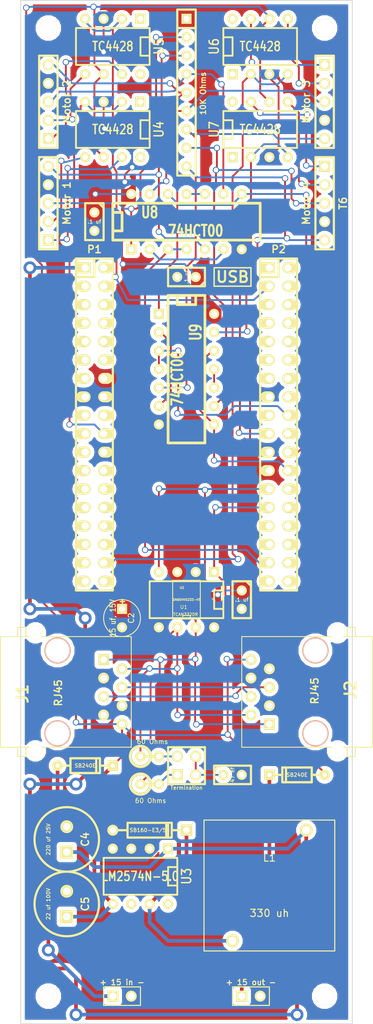
<source format=kicad_pcb>
(kicad_pcb (version 3) (host pcbnew "(22-Jun-2014 BZR 4027)-stable")
  (layers (15 F.Cu signal) (0 B.Cu signal) (18 B.Paste user) (19 F.Paste user) (20 B.SilkS user) (21 F.SilkS user) (22 B.Mask user) (23 F.Mask user) (28 Edge.Cuts user))
  (net 0 "")
  (net 1 +12V)
  (net 2 +3.3V)
  (net 3 /CAN1_RX)
  (net 4 /CAN1_TX)
  (net 5 /CANH)
  (net 6 /CANL)
  (net 7 "/Power Supply/5V Out")
  (net 8 "/Quad SMC Sense/Motor 1")
  (net 9 "/Quad SMC Sense/Motor 2")
  (net 10 "/Quad SMC Sense/Motor 3")
  (net 11 "/Quad SMC Sense/Motor 4")
  (net 12 "/Quad SMC Sense/Motor1A")
  (net 13 "/Quad SMC Sense/Motor1B")
  (net 14 "/Quad SMC Sense/Motor2A")
  (net 15 "/Quad SMC Sense/Motor2B")
  (net 16 "/Quad SMC Sense/Motor3A")
  (net 17 "/Quad SMC Sense/Motor3B")
  (net 18 "/Quad SMC Sense/Motor4A")
  (net 19 "/Quad SMC Sense/Motor4B")
  (net 20 "/Quad SMC Sense/Sense 1")
  (net 21 "/Quad SMC Sense/Sense 2")
  (net 22 "/Quad SMC Sense/Sense 3")
  (net 23 "/Quad SMC Sense/Sense 4")
  (net 24 "/Quad SMC Sense/Sense1A")
  (net 25 "/Quad SMC Sense/Sense1B")
  (net 26 "/Quad SMC Sense/Sense2A")
  (net 27 "/Quad SMC Sense/Sense2B")
  (net 28 "/Quad SMC Sense/Sense3A")
  (net 29 "/Quad SMC Sense/Sense3B")
  (net 30 "/Quad SMC Sense/Sense4A")
  (net 31 "/Quad SMC Sense/Sense4B")
  (net 32 GND)
  (net 33 N-0000013)
  (net 34 N-000002)
  (net 35 N-000003)
  (net 36 N-000005)
  (net 37 N-000006)
  (net 38 N-0000072)
  (net 39 N-0000073)
  (net 40 N-0000080)
  (net 41 N-0000081)
  (net 42 N-0000083)
  (net 43 N-0000093)
  (net 44 N-0000099)
  (module pin_socket_18x2 (layer F.Cu) (at 128.27 102.87 270)
    (fp_text reference P1 (at -24.13 0 360) (layer F.SilkS) (effects (font (size 1.016 1.016) (thickness 0.2032))))
    (fp_text value POCKETBEAGLE-P1 hide)
    (pad 1 thru_hole rect (at -21.59 1.27 270) (size 1.524 1.99898) (drill 1.00076 (offset 0 0.24892)) (layers *.Cu *.Mask F.SilkS) (net 7 "/Power Supply/5V Out"))
    (pad 2 thru_hole oval (at -21.59 -1.27 270) (size 1.524 1.99898) (drill 1.00076 (offset 0 -0.24892)) (layers *.Cu *.Mask F.SilkS))
    (pad 3 thru_hole oval (at -19.05 1.27 270) (size 1.524 1.99898) (drill 1.00076 (offset 0 0.24892)) (layers *.Cu *.Mask F.SilkS))
    (pad 4 thru_hole oval (at -19.05 -1.27 270) (size 1.524 1.99898) (drill 1.00076 (offset 0 -0.24892)) (layers *.Cu *.Mask F.SilkS))
    (pad 5 thru_hole oval (at -16.51 1.27 270) (size 1.524 1.99898) (drill 1.00076 (offset 0 0.24892)) (layers *.Cu *.Mask F.SilkS))
    (pad 6 thru_hole oval (at -16.51 -1.27 270) (size 1.524 1.99898) (drill 1.00076 (offset 0 -0.24892)) (layers *.Cu *.Mask F.SilkS))
    (pad 7 thru_hole oval (at -13.97 1.27 270) (size 1.524 1.99898) (drill 1.00076 (offset 0 0.24892)) (layers *.Cu *.Mask F.SilkS))
    (pad 8 thru_hole oval (at -13.97 -1.27 270) (size 1.524 1.99898) (drill 1.00076 (offset 0 -0.24892)) (layers *.Cu *.Mask F.SilkS))
    (pad 9 thru_hole oval (at -11.43 1.27 270) (size 1.524 1.99898) (drill 1.00076 (offset 0 0.24892)) (layers *.Cu *.Mask F.SilkS))
    (pad 10 thru_hole oval (at -11.43 -1.27 270) (size 1.524 1.99898) (drill 1.00076 (offset 0 -0.24892)) (layers *.Cu *.Mask F.SilkS))
    (pad 11 thru_hole oval (at -8.89 1.27 270) (size 1.524 1.99898) (drill 1.00076 (offset 0 0.24892)) (layers *.Cu *.Mask F.SilkS))
    (pad 12 thru_hole oval (at -8.89 -1.27 270) (size 1.524 1.99898) (drill 1.00076 (offset 0 -0.24892)) (layers *.Cu *.Mask F.SilkS))
    (pad 13 thru_hole oval (at -6.35 1.27 270) (size 1.524 1.99898) (drill 1.00076 (offset 0 0.24892)) (layers *.Cu *.Mask F.SilkS))
    (pad 14 thru_hole oval (at -6.35 -1.27 270) (size 1.524 1.99898) (drill 1.00076 (offset 0 -0.24892)) (layers *.Cu *.Mask F.SilkS) (net 2 +3.3V))
    (pad 15 thru_hole oval (at -3.81 1.27 270) (size 1.524 1.99898) (drill 1.00076 (offset 0 0.24892)) (layers *.Cu *.Mask F.SilkS) (net 32 GND))
    (pad 16 thru_hole oval (at -3.81 -1.27 270) (size 1.524 1.99898) (drill 1.00076 (offset 0 -0.24892)) (layers *.Cu *.Mask F.SilkS) (net 32 GND))
    (pad 17 thru_hole oval (at -1.27 1.27 270) (size 1.524 1.99898) (drill 1.00076 (offset 0 0.24892)) (layers *.Cu *.Mask F.SilkS))
    (pad 18 thru_hole oval (at -1.27 -1.27 270) (size 1.524 1.99898) (drill 1.00076 (offset 0 -0.24892)) (layers *.Cu *.Mask F.SilkS))
    (pad 19 thru_hole oval (at 1.27 1.27 270) (size 1.524 1.99898) (drill 1.00076 (offset 0 0.24892)) (layers *.Cu *.Mask F.SilkS))
    (pad 20 thru_hole oval (at 1.27 -1.27 270) (size 1.524 1.99898) (drill 1.00076 (offset 0 -0.24892)) (layers *.Cu *.Mask F.SilkS) (net 8 "/Quad SMC Sense/Motor 1"))
    (pad 21 thru_hole oval (at 3.81 1.27 270) (size 1.524 1.99898) (drill 1.00076 (offset 0 0.24892)) (layers *.Cu *.Mask F.SilkS))
    (pad 22 thru_hole oval (at 3.81 -1.27 270) (size 1.524 1.99898) (drill 1.00076 (offset 0 -0.24892)) (layers *.Cu *.Mask F.SilkS) (net 32 GND))
    (pad 23 thru_hole oval (at 6.35 1.27 270) (size 1.524 1.99898) (drill 1.00076 (offset 0 0.24892)) (layers *.Cu *.Mask F.SilkS))
    (pad 24 thru_hole oval (at 6.35 -1.27 270) (size 1.524 1.99898) (drill 1.00076 (offset 0 -0.24892)) (layers *.Cu *.Mask F.SilkS))
    (pad 25 thru_hole oval (at 8.89 1.27 270) (size 1.524 1.99898) (drill 1.00076 (offset 0 0.24892)) (layers *.Cu *.Mask F.SilkS))
    (pad 26 thru_hole oval (at 8.89 -1.27 270) (size 1.524 1.99898) (drill 1.00076 (offset 0 -0.24892)) (layers *.Cu *.Mask F.SilkS))
    (pad 27 thru_hole oval (at 11.43 1.27 270) (size 1.524 1.99898) (drill 1.00076 (offset 0 0.24892)) (layers *.Cu *.Mask F.SilkS))
    (pad 28 thru_hole oval (at 11.43 -1.27 270) (size 1.524 1.99898) (drill 1.00076 (offset 0 -0.24892)) (layers *.Cu *.Mask F.SilkS))
    (pad 29 thru_hole oval (at 13.97 1.27 270) (size 1.524 1.99898) (drill 1.00076 (offset 0 0.24892)) (layers *.Cu *.Mask F.SilkS))
    (pad 30 thru_hole oval (at 13.97 -1.27 270) (size 1.524 1.99898) (drill 1.00076 (offset 0 -0.24892)) (layers *.Cu *.Mask F.SilkS))
    (pad 31 thru_hole oval (at 16.51 1.27 270) (size 1.524 1.99898) (drill 1.00076 (offset 0 0.24892)) (layers *.Cu *.Mask F.SilkS))
    (pad 32 thru_hole oval (at 16.51 -1.27 270) (size 1.524 1.99898) (drill 1.00076 (offset 0 -0.24892)) (layers *.Cu *.Mask F.SilkS))
    (pad 33 thru_hole oval (at 19.05 1.27 270) (size 1.524 1.99898) (drill 1.00076 (offset 0 0.24892)) (layers *.Cu *.Mask F.SilkS))
    (pad 34 thru_hole oval (at 19.05 -1.27 270) (size 1.524 1.99898) (drill 1.00076 (offset 0 -0.24892)) (layers *.Cu *.Mask F.SilkS) (net 10 "/Quad SMC Sense/Motor 3"))
    (pad 35 thru_hole oval (at 21.59 1.27 270) (size 1.524 1.99898) (drill 1.00076 (offset 0 0.24892)) (layers *.Cu *.Mask F.SilkS))
    (pad 36 thru_hole oval (at 21.59 -1.27 270) (size 1.524 1.99898) (drill 1.00076 (offset 0 -0.24892)) (layers *.Cu *.Mask F.SilkS))
  )
  (module pin_socket_18x2 (layer F.Cu) (at 153.67 102.87 270)
    (fp_text reference P2 (at -24.13 0 360) (layer F.SilkS) (effects (font (size 1.016 1.016) (thickness 0.2032))))
    (fp_text value POCKETBEAGLE-P2 hide)
    (pad 1 thru_hole rect (at -21.59 1.27 270) (size 1.524 1.99898) (drill 1.00076 (offset 0 0.24892)) (layers *.Cu *.Mask F.SilkS))
    (pad 2 thru_hole oval (at -21.59 -1.27 270) (size 1.524 1.99898) (drill 1.00076 (offset 0 -0.24892)) (layers *.Cu *.Mask F.SilkS))
    (pad 3 thru_hole oval (at -19.05 1.27 270) (size 1.524 1.99898) (drill 1.00076 (offset 0 0.24892)) (layers *.Cu *.Mask F.SilkS) (net 9 "/Quad SMC Sense/Motor 2"))
    (pad 4 thru_hole oval (at -19.05 -1.27 270) (size 1.524 1.99898) (drill 1.00076 (offset 0 -0.24892)) (layers *.Cu *.Mask F.SilkS))
    (pad 5 thru_hole oval (at -16.51 1.27 270) (size 1.524 1.99898) (drill 1.00076 (offset 0 0.24892)) (layers *.Cu *.Mask F.SilkS))
    (pad 6 thru_hole oval (at -16.51 -1.27 270) (size 1.524 1.99898) (drill 1.00076 (offset 0 -0.24892)) (layers *.Cu *.Mask F.SilkS))
    (pad 7 thru_hole oval (at -13.97 1.27 270) (size 1.524 1.99898) (drill 1.00076 (offset 0 0.24892)) (layers *.Cu *.Mask F.SilkS))
    (pad 8 thru_hole oval (at -13.97 -1.27 270) (size 1.524 1.99898) (drill 1.00076 (offset 0 -0.24892)) (layers *.Cu *.Mask F.SilkS))
    (pad 9 thru_hole oval (at -11.43 1.27 270) (size 1.524 1.99898) (drill 1.00076 (offset 0 0.24892)) (layers *.Cu *.Mask F.SilkS))
    (pad 10 thru_hole oval (at -11.43 -1.27 270) (size 1.524 1.99898) (drill 1.00076 (offset 0 -0.24892)) (layers *.Cu *.Mask F.SilkS))
    (pad 11 thru_hole oval (at -8.89 1.27 270) (size 1.524 1.99898) (drill 1.00076 (offset 0 0.24892)) (layers *.Cu *.Mask F.SilkS))
    (pad 12 thru_hole oval (at -8.89 -1.27 270) (size 1.524 1.99898) (drill 1.00076 (offset 0 -0.24892)) (layers *.Cu *.Mask F.SilkS))
    (pad 13 thru_hole oval (at -6.35 1.27 270) (size 1.524 1.99898) (drill 1.00076 (offset 0 0.24892)) (layers *.Cu *.Mask F.SilkS))
    (pad 14 thru_hole oval (at -6.35 -1.27 270) (size 1.524 1.99898) (drill 1.00076 (offset 0 -0.24892)) (layers *.Cu *.Mask F.SilkS))
    (pad 15 thru_hole oval (at -3.81 1.27 270) (size 1.524 1.99898) (drill 1.00076 (offset 0 0.24892)) (layers *.Cu *.Mask F.SilkS) (net 32 GND))
    (pad 16 thru_hole oval (at -3.81 -1.27 270) (size 1.524 1.99898) (drill 1.00076 (offset 0 -0.24892)) (layers *.Cu *.Mask F.SilkS))
    (pad 17 thru_hole oval (at -1.27 1.27 270) (size 1.524 1.99898) (drill 1.00076 (offset 0 0.24892)) (layers *.Cu *.Mask F.SilkS))
    (pad 18 thru_hole oval (at -1.27 -1.27 270) (size 1.524 1.99898) (drill 1.00076 (offset 0 -0.24892)) (layers *.Cu *.Mask F.SilkS) (net 22 "/Quad SMC Sense/Sense 3"))
    (pad 19 thru_hole oval (at 1.27 1.27 270) (size 1.524 1.99898) (drill 1.00076 (offset 0 0.24892)) (layers *.Cu *.Mask F.SilkS) (net 11 "/Quad SMC Sense/Motor 4"))
    (pad 20 thru_hole oval (at 1.27 -1.27 270) (size 1.524 1.99898) (drill 1.00076 (offset 0 -0.24892)) (layers *.Cu *.Mask F.SilkS))
    (pad 21 thru_hole oval (at 3.81 1.27 270) (size 1.524 1.99898) (drill 1.00076 (offset 0 0.24892)) (layers *.Cu *.Mask F.SilkS) (net 32 GND))
    (pad 22 thru_hole oval (at 3.81 -1.27 270) (size 1.524 1.99898) (drill 1.00076 (offset 0 -0.24892)) (layers *.Cu *.Mask F.SilkS) (net 21 "/Quad SMC Sense/Sense 2"))
    (pad 23 thru_hole oval (at 6.35 1.27 270) (size 1.524 1.99898) (drill 1.00076 (offset 0 0.24892)) (layers *.Cu *.Mask F.SilkS) (net 2 +3.3V))
    (pad 24 thru_hole oval (at 6.35 -1.27 270) (size 1.524 1.99898) (drill 1.00076 (offset 0 -0.24892)) (layers *.Cu *.Mask F.SilkS) (net 23 "/Quad SMC Sense/Sense 4"))
    (pad 25 thru_hole oval (at 8.89 1.27 270) (size 1.524 1.99898) (drill 1.00076 (offset 0 0.24892)) (layers *.Cu *.Mask F.SilkS) (net 3 /CAN1_RX))
    (pad 26 thru_hole oval (at 8.89 -1.27 270) (size 1.524 1.99898) (drill 1.00076 (offset 0 -0.24892)) (layers *.Cu *.Mask F.SilkS))
    (pad 27 thru_hole oval (at 11.43 1.27 270) (size 1.524 1.99898) (drill 1.00076 (offset 0 0.24892)) (layers *.Cu *.Mask F.SilkS) (net 4 /CAN1_TX))
    (pad 28 thru_hole oval (at 11.43 -1.27 270) (size 1.524 1.99898) (drill 1.00076 (offset 0 -0.24892)) (layers *.Cu *.Mask F.SilkS))
    (pad 29 thru_hole oval (at 13.97 1.27 270) (size 1.524 1.99898) (drill 1.00076 (offset 0 0.24892)) (layers *.Cu *.Mask F.SilkS))
    (pad 30 thru_hole oval (at 13.97 -1.27 270) (size 1.524 1.99898) (drill 1.00076 (offset 0 -0.24892)) (layers *.Cu *.Mask F.SilkS))
    (pad 31 thru_hole oval (at 16.51 1.27 270) (size 1.524 1.99898) (drill 1.00076 (offset 0 0.24892)) (layers *.Cu *.Mask F.SilkS))
    (pad 32 thru_hole oval (at 16.51 -1.27 270) (size 1.524 1.99898) (drill 1.00076 (offset 0 -0.24892)) (layers *.Cu *.Mask F.SilkS))
    (pad 33 thru_hole oval (at 19.05 1.27 270) (size 1.524 1.99898) (drill 1.00076 (offset 0 0.24892)) (layers *.Cu *.Mask F.SilkS) (net 20 "/Quad SMC Sense/Sense 1"))
    (pad 34 thru_hole oval (at 19.05 -1.27 270) (size 1.524 1.99898) (drill 1.00076 (offset 0 -0.24892)) (layers *.Cu *.Mask F.SilkS))
    (pad 35 thru_hole oval (at 21.59 1.27 270) (size 1.524 1.99898) (drill 1.00076 (offset 0 0.24892)) (layers *.Cu *.Mask F.SilkS))
    (pad 36 thru_hole oval (at 21.59 -1.27 270) (size 1.524 1.99898) (drill 1.00076 (offset 0 -0.24892)) (layers *.Cu *.Mask F.SilkS))
  )
  (module SOIC-8_N (layer F.Cu) (at 140.97 127 90)
    (fp_text reference U1 (at -1.016 -0.381 180) (layer F.SilkS) (effects (font (size 0.5 0.5) (thickness 0.075))))
    (fp_text value TCAN332DR (at -2.032 -0.127 180) (layer F.SilkS) (effects (font (size 0.4 0.4) (thickness 0.075))))
    (pad 8 smd rect (at -1.875 -2.7 90) (size 0.6 1.6) (layers F.Cu F.Paste F.Mask))
    (pad 1 smd rect (at -1.875 2.7 90) (size 0.6 1.6) (layers F.Cu F.Paste F.Mask) (net 4 /CAN1_TX))
    (pad 7 smd rect (at -0.625 -2.7 90) (size 0.6 1.6) (layers F.Cu F.Paste F.Mask) (net 5 /CANH))
    (pad 6 smd rect (at 0.625 -2.7 90) (size 0.6 1.6) (layers F.Cu F.Paste F.Mask) (net 6 /CANL))
    (pad 5 smd rect (at 1.875 -2.7 90) (size 0.6 1.6) (layers F.Cu F.Paste F.Mask))
    (pad 2 smd rect (at -0.625 2.7 90) (size 0.6 1.6) (layers F.Cu F.Paste F.Mask) (net 32 GND))
    (pad 3 smd rect (at 0.625 2.7 90) (size 0.6 1.6) (layers F.Cu F.Paste F.Mask) (net 2 +3.3V))
    (pad 4 smd rect (at 1.875 2.7 90) (size 0.6 1.6) (layers F.Cu F.Paste F.Mask) (net 3 /CAN1_RX))
  )
  (module ScrewTerm2.54-2 (layer F.Cu) (at 132.08 181.61)
    (fp_text reference T1 hide)
    (fp_text value "+ 15 in -" (at 0 -1.905) (layer F.SilkS) (effects (font (size 0.762 0.762) (thickness 0.1524))))
    (pad 1 thru_hole rect (at -1.27 0 90) (size 1.524 1.524) (drill 1.016) (layers *.Cu *.Mask F.SilkS) (net 38 N-0000072))
    (pad 2 thru_hole circle (at 1.27 0 90) (size 1.524 1.524) (drill 1.016) (layers *.Cu *.Mask F.SilkS) (net 32 GND))
  )
  (module ScrewTerm2.54-2 (layer F.Cu) (at 149.86 181.61)
    (fp_text reference T2 hide)
    (fp_text value "+ 15 out -" (at 0 -1.905) (layer F.SilkS) (effects (font (size 0.762 0.762) (thickness 0.1524))))
    (pad 1 thru_hole rect (at -1.27 0 90) (size 1.524 1.524) (drill 1.016) (layers *.Cu *.Mask F.SilkS) (net 39 N-0000073))
    (pad 2 thru_hole circle (at 1.27 0 90) (size 1.524 1.524) (drill 1.016) (layers *.Cu *.Mask F.SilkS) (net 32 GND))
  )
  (module RJ45_8N-S (layer F.Cu) (at 123.19 139.7 270)
    (fp_text reference J1 (at 0.254 4.826 270) (layer F.SilkS) (effects (font (size 1.524 1.524) (thickness 0.3048))))
    (fp_text value RJ45 (at 0.14224 -0.1016 270) (layer F.SilkS) (effects (font (size 1.00076 1.00076) (thickness 0.2032))))
    (pad "" np_thru_hole circle (at 5.715 0 270) (size 3.64998 3.64998) (drill 3.2512) (layers *.Cu *.SilkS *.Mask))
    (pad "" np_thru_hole circle (at -5.715 0 270) (size 3.64998 3.64998) (drill 3.2512) (layers *.Cu *.SilkS *.Mask))
    (pad 1 thru_hole rect (at -4.445 -6.35 270) (size 1.50114 1.50114) (drill 0.89916) (layers *.Cu *.Mask F.SilkS) (net 5 /CANH))
    (pad 2 thru_hole circle (at -3.175 -8.89 270) (size 1.50114 1.50114) (drill 0.89916) (layers *.Cu *.Mask F.SilkS) (net 6 /CANL))
    (pad 3 thru_hole circle (at -1.905 -6.35 270) (size 1.50114 1.50114) (drill 0.89916) (layers *.Cu *.Mask F.SilkS) (net 32 GND))
    (pad 4 thru_hole circle (at -0.635 -8.89 270) (size 1.50114 1.50114) (drill 0.89916) (layers *.Cu *.Mask F.SilkS) (net 37 N-000006))
    (pad 5 thru_hole circle (at 0.635 -6.35 270) (size 1.50114 1.50114) (drill 0.89916) (layers *.Cu *.Mask F.SilkS) (net 36 N-000005))
    (pad 6 thru_hole circle (at 1.905 -8.89 270) (size 1.50114 1.50114) (drill 0.89916) (layers *.Cu *.Mask F.SilkS) (net 32 GND))
    (pad 7 thru_hole circle (at 3.175 -6.35 270) (size 1.50114 1.50114) (drill 0.89916) (layers *.Cu *.Mask F.SilkS) (net 32 GND))
    (pad 8 thru_hole circle (at 4.445 -8.89 270) (size 1.50114 1.50114) (drill 0.89916) (layers *.Cu *.Mask F.SilkS) (net 1 +12V))
    (pad "" thru_hole circle (at -8.128 3.048 270) (size 1.9304 1.9304) (drill 1.9304) (layers *.Cu *.Mask F.SilkS))
    (pad "" thru_hole circle (at 8.128 3.048 270) (size 1.9304 1.9304) (drill 1.9304) (layers *.Cu *.Mask F.SilkS))
  )
  (module RJ45_8N-S (layer F.Cu) (at 158.75 139.7 90)
    (fp_text reference J2 (at 0.254 4.826 90) (layer F.SilkS) (effects (font (size 1.524 1.524) (thickness 0.3048))))
    (fp_text value RJ45 (at 0.14224 -0.1016 90) (layer F.SilkS) (effects (font (size 1.00076 1.00076) (thickness 0.2032))))
    (pad "" np_thru_hole circle (at 5.715 0 90) (size 3.64998 3.64998) (drill 3.2512) (layers *.Cu *.SilkS *.Mask))
    (pad "" np_thru_hole circle (at -5.715 0 90) (size 3.64998 3.64998) (drill 3.2512) (layers *.Cu *.SilkS *.Mask))
    (pad 1 thru_hole rect (at -4.445 -6.35 90) (size 1.50114 1.50114) (drill 0.89916) (layers *.Cu *.Mask F.SilkS) (net 5 /CANH))
    (pad 2 thru_hole circle (at -3.175 -8.89 90) (size 1.50114 1.50114) (drill 0.89916) (layers *.Cu *.Mask F.SilkS) (net 6 /CANL))
    (pad 3 thru_hole circle (at -1.905 -6.35 90) (size 1.50114 1.50114) (drill 0.89916) (layers *.Cu *.Mask F.SilkS) (net 32 GND))
    (pad 4 thru_hole circle (at -0.635 -8.89 90) (size 1.50114 1.50114) (drill 0.89916) (layers *.Cu *.Mask F.SilkS) (net 37 N-000006))
    (pad 5 thru_hole circle (at 0.635 -6.35 90) (size 1.50114 1.50114) (drill 0.89916) (layers *.Cu *.Mask F.SilkS) (net 36 N-000005))
    (pad 6 thru_hole circle (at 1.905 -8.89 90) (size 1.50114 1.50114) (drill 0.89916) (layers *.Cu *.Mask F.SilkS) (net 32 GND))
    (pad 7 thru_hole circle (at 3.175 -6.35 90) (size 1.50114 1.50114) (drill 0.89916) (layers *.Cu *.Mask F.SilkS) (net 32 GND))
    (pad 8 thru_hole circle (at 4.445 -8.89 90) (size 1.50114 1.50114) (drill 0.89916) (layers *.Cu *.Mask F.SilkS) (net 1 +12V))
    (pad "" thru_hole circle (at -8.128 3.048 90) (size 1.9304 1.9304) (drill 1.9304) (layers *.Cu *.Mask F.SilkS))
    (pad "" thru_hole circle (at 8.128 3.048 90) (size 1.9304 1.9304) (drill 1.9304) (layers *.Cu *.Mask F.SilkS))
  )
  (module R1 (layer F.Cu) (at 135.89 152.4)
    (fp_text reference R1 hide)
    (fp_text value "60 Ohms" (at 0.127 2.286) (layer F.SilkS) (effects (font (size 0.635 0.635) (thickness 0.1016))))
    (pad 1 thru_hole circle (at -1.27 0) (size 1.397 1.397) (drill 0.8128) (layers *.Cu *.Mask F.SilkS) (net 5 /CANH))
    (pad 2 thru_hole circle (at 1.27 0) (size 1.397 1.397) (drill 0.8128) (layers *.Cu *.Mask F.SilkS) (net 34 N-000002))
  )
  (module R1 (layer F.Cu) (at 135.89 148.59)
    (fp_text reference R2 hide)
    (fp_text value "60 Ohms" (at 0.381 -2.032) (layer F.SilkS) (effects (font (size 0.635 0.635) (thickness 0.1016))))
    (pad 1 thru_hole circle (at -1.27 0) (size 1.397 1.397) (drill 0.8128) (layers *.Cu *.Mask F.SilkS) (net 6 /CANL))
    (pad 2 thru_hole circle (at 1.27 0) (size 1.397 1.397) (drill 0.8128) (layers *.Cu *.Mask F.SilkS) (net 35 N-000003))
  )
  (module PIN_ARRAY_2X2 (layer F.Cu) (at 140.97 149.86)
    (fp_text reference JMP1 hide)
    (fp_text value Termination (at 0 3.048) (layer F.SilkS) (effects (font (size 0.508 0.508) (thickness 0.1016))))
    (pad 1 thru_hole rect (at -1.27 1.27) (size 1.524 1.524) (drill 1.016) (layers *.Cu *.Mask F.SilkS) (net 34 N-000002))
    (pad 2 thru_hole circle (at -1.27 -1.27) (size 1.524 1.524) (drill 1.016) (layers *.Cu *.Mask F.SilkS) (net 35 N-000003))
    (pad 3 thru_hole circle (at 1.27 1.27) (size 1.524 1.524) (drill 1.016) (layers *.Cu *.Mask F.SilkS) (net 33 N-0000013))
    (pad 4 thru_hole circle (at 1.27 -1.27) (size 1.524 1.524) (drill 1.016) (layers *.Cu *.Mask F.SilkS) (net 33 N-0000013))
  )
  (module DO-35 (layer F.Cu) (at 127 149.86)
    (fp_text reference D1 hide)
    (fp_text value SB240E (at 0 0) (layer F.SilkS) (effects (font (size 0.508 0.508) (thickness 0.1016))))
    (pad 2 thru_hole rect (at 3.81 0) (size 1.4224 1.4224) (drill 0.6096) (layers *.Cu *.Mask F.SilkS) (net 1 +12V))
    (pad 1 thru_hole circle (at -3.81 0) (size 1.4224 1.4224) (drill 0.6096) (layers *.Cu *.Mask F.SilkS) (net 38 N-0000072))
  )
  (module DIP-8__300 (layer F.Cu) (at 140.97 127 180)
    (fp_text reference U2 (at 0.635 1.651 180) (layer F.SilkS) (effects (font (size 0.3 0.3) (thickness 0.075))))
    (fp_text value SN65HVD233-HT (at 0 0 180) (layer F.SilkS) (effects (font (size 0.3 0.3) (thickness 0.075))))
    (pad 1 thru_hole rect (at -3.81 3.81 180) (size 1.397 1.397) (drill 0.8128) (layers *.Cu *.Mask F.SilkS) (net 4 /CAN1_TX))
    (pad 2 thru_hole circle (at -1.27 3.81 180) (size 1.397 1.397) (drill 0.8128) (layers *.Cu *.Mask F.SilkS) (net 32 GND))
    (pad 3 thru_hole circle (at 1.27 3.81 180) (size 1.397 1.397) (drill 0.8128) (layers *.Cu *.Mask F.SilkS) (net 2 +3.3V))
    (pad 4 thru_hole circle (at 3.81 3.81 180) (size 1.397 1.397) (drill 0.8128) (layers *.Cu *.Mask F.SilkS) (net 3 /CAN1_RX))
    (pad 5 thru_hole circle (at 3.81 -3.81 180) (size 1.397 1.397) (drill 0.8128) (layers *.Cu *.Mask F.SilkS) (net 32 GND))
    (pad 6 thru_hole circle (at 1.27 -3.81 180) (size 1.397 1.397) (drill 0.8128) (layers *.Cu *.Mask F.SilkS) (net 6 /CANL))
    (pad 7 thru_hole circle (at -1.27 -3.81 180) (size 1.397 1.397) (drill 0.8128) (layers *.Cu *.Mask F.SilkS) (net 5 /CANH))
    (pad 8 thru_hole circle (at -3.81 -3.81 180) (size 1.397 1.397) (drill 0.8128) (layers *.Cu *.Mask F.SilkS) (net 32 GND))
  )
  (module C1V5 (layer F.Cu) (at 132.08 129.54 270)
    (fp_text reference C2 (at 0 -1.26746 270) (layer F.SilkS) (effects (font (size 0.762 0.762) (thickness 0.127))))
    (fp_text value "15 uf, 15V" (at 0 1.27 270) (layer F.SilkS) (effects (font (size 0.762 0.635) (thickness 0.127))))
    (fp_text user + (at -2.286 0 270) (layer F.SilkS) (effects (font (size 0.762 0.762) (thickness 0.2032))))
    (pad 1 thru_hole rect (at -1.27 0 270) (size 1.397 1.397) (drill 0.8128) (layers *.Cu *.Mask F.SilkS) (net 2 +3.3V))
    (pad 2 thru_hole circle (at 1.27 0 270) (size 1.397 1.397) (drill 0.8128) (layers *.Cu *.Mask F.SilkS) (net 32 GND))
  )
  (module C1 (layer F.Cu) (at 148.59 127 270)
    (fp_text reference C1 hide)
    (fp_text value ".1 uf" (at 0 0 360) (layer F.SilkS) (effects (font (size 0.508 0.508) (thickness 0.1016))))
    (pad 1 thru_hole circle (at -1.27 0 270) (size 1.397 1.397) (drill 0.8128) (layers *.Cu *.Mask F.SilkS) (net 2 +3.3V))
    (pad 2 thru_hole circle (at 1.27 0 270) (size 1.397 1.397) (drill 0.8128) (layers *.Cu *.Mask F.SilkS) (net 32 GND))
  )
  (module C1 (layer F.Cu) (at 147.32 151.13)
    (fp_text reference C3 hide)
    (fp_text value "47 nf" (at 0 0 90) (layer F.SilkS) (effects (font (size 0.508 0.508) (thickness 0.1016))))
    (pad 1 thru_hole circle (at -1.27 0) (size 1.397 1.397) (drill 0.8128) (layers *.Cu *.Mask F.SilkS) (net 33 N-0000013))
    (pad 2 thru_hole circle (at 1.27 0) (size 1.397 1.397) (drill 0.8128) (layers *.Cu *.Mask F.SilkS) (net 32 GND))
  )
  (module DO-35 (layer F.Cu) (at 156.21 151.13 180)
    (fp_text reference D2 hide)
    (fp_text value SB240E (at 0 0 180) (layer F.SilkS) (effects (font (size 0.508 0.508) (thickness 0.1016))))
    (pad 2 thru_hole rect (at 3.81 0 180) (size 1.4224 1.4224) (drill 0.6096) (layers *.Cu *.Mask F.SilkS) (net 39 N-0000073))
    (pad 1 thru_hole circle (at -3.81 0 180) (size 1.4224 1.4224) (drill 0.6096) (layers *.Cu *.Mask F.SilkS) (net 1 +12V))
  )
  (module MountingHole_2-5mm_RevA_Date21Jun2010 (layer F.Cu) (at 160.02 48.26)
    (fp_text reference MH hide)
    (fp_text value MountingHole_2-5mm_RevA_Date21Jun2010 hide)
    (pad 1 thru_hole circle (at 0 0) (size 2.49936 2.49936) (drill 2.49936) (layers))
  )
  (module MountingHole_2-5mm_RevA_Date21Jun2010 (layer F.Cu) (at 121.92 48.26)
    (fp_text reference MH hide)
    (fp_text value MountingHole_2-5mm_RevA_Date21Jun2010 hide)
    (pad 1 thru_hole circle (at 0 0) (size 2.49936 2.49936) (drill 2.49936) (layers))
  )
  (module MountingHole_2-5mm_RevA_Date21Jun2010 (layer F.Cu) (at 160.02 181.61)
    (fp_text reference MH hide)
    (fp_text value MountingHole_2-5mm_RevA_Date21Jun2010 hide)
    (pad 1 thru_hole circle (at 0 0) (size 2.49936 2.49936) (drill 2.49936) (layers))
  )
  (module MountingHole_2-5mm_RevA_Date21Jun2010 (layer F.Cu) (at 121.92 181.61)
    (fp_text reference MH hide)
    (fp_text value MountingHole_2-5mm_RevA_Date21Jun2010 hide)
    (pad 1 thru_hole circle (at 0 0) (size 2.49936 2.49936) (drill 2.49936) (layers))
  )
  (module DO-41 (layer F.Cu) (at 135.89 158.75)
    (fp_text reference D3 hide)
    (fp_text value SB160-E3/54 (at 0 0) (layer F.SilkS) (effects (font (size 0.508 0.508) (thickness 0.1016))))
    (pad 2 thru_hole rect (at 5.08 0) (size 1.524 1.524) (drill 0.889) (layers *.Cu *.Mask F.SilkS) (net 40 N-0000080))
    (pad 1 thru_hole circle (at -5.08 0) (size 1.524 1.524) (drill 0.889) (layers *.Cu *.Mask F.SilkS) (net 32 GND))
  )
  (module DIP-8__300 (layer F.Cu) (at 134.62 165.1 180)
    (fp_text reference U3 (at -6.35 0 270) (layer F.SilkS) (effects (font (size 1.27 1.143) (thickness 0.2032))))
    (fp_text value LM2574N-5.0 (at 0 0 180) (layer F.SilkS) (effects (font (size 1.27 1.016) (thickness 0.2032))))
    (pad 1 thru_hole rect (at -3.81 3.81 180) (size 1.397 1.397) (drill 0.8128) (layers *.Cu *.Mask F.SilkS) (net 7 "/Power Supply/5V Out"))
    (pad 2 thru_hole circle (at -1.27 3.81 180) (size 1.397 1.397) (drill 0.8128) (layers *.Cu *.Mask F.SilkS) (net 32 GND))
    (pad 3 thru_hole circle (at 1.27 3.81 180) (size 1.397 1.397) (drill 0.8128) (layers *.Cu *.Mask F.SilkS) (net 32 GND))
    (pad 4 thru_hole circle (at 3.81 3.81 180) (size 1.397 1.397) (drill 0.8128) (layers *.Cu *.Mask F.SilkS) (net 32 GND))
    (pad 5 thru_hole circle (at 3.81 -3.81 180) (size 1.397 1.397) (drill 0.8128) (layers *.Cu *.Mask F.SilkS) (net 1 +12V))
    (pad 6 thru_hole circle (at 1.27 -3.81 180) (size 1.397 1.397) (drill 0.8128) (layers *.Cu *.Mask F.SilkS))
    (pad 7 thru_hole circle (at -1.27 -3.81 180) (size 1.397 1.397) (drill 0.8128) (layers *.Cu *.Mask F.SilkS) (net 40 N-0000080))
    (pad 8 thru_hole circle (at -3.81 -3.81 180) (size 1.397 1.397) (drill 0.8128) (layers *.Cu *.Mask F.SilkS))
  )
  (module C1-3V8 (layer F.Cu) (at 124.46 160.02 90)
    (fp_text reference C4 (at 0 2.54 90) (layer F.SilkS) (effects (font (size 1.016 1.016) (thickness 0.2032))))
    (fp_text value "220 uf 25V" (at 0 -2.54 90) (layer F.SilkS) (effects (font (size 0.508 0.508) (thickness 0.1016))))
    (pad 1 thru_hole rect (at -1.75 0 90) (size 1.778 1.778) (drill 1.016) (layers *.Cu *.Mask F.SilkS) (net 7 "/Power Supply/5V Out"))
    (pad 2 thru_hole circle (at 1.75 0 90) (size 1.778 1.778) (drill 1.016) (layers *.Cu *.Mask F.SilkS) (net 32 GND))
  )
  (module C1-3V8 (layer F.Cu) (at 124.46 168.91 90)
    (fp_text reference C5 (at 0 2.54 90) (layer F.SilkS) (effects (font (size 1.016 1.016) (thickness 0.2032))))
    (fp_text value "22 uf 100V" (at 0 -2.54 90) (layer F.SilkS) (effects (font (size 0.508 0.508) (thickness 0.1016))))
    (pad 1 thru_hole rect (at -1.75 0 90) (size 1.778 1.778) (drill 1.016) (layers *.Cu *.Mask F.SilkS) (net 1 +12V))
    (pad 2 thru_hole circle (at 1.75 0 90) (size 1.778 1.778) (drill 1.016) (layers *.Cu *.Mask F.SilkS) (net 32 GND))
  )
  (module PE-LowProfile (layer F.Cu) (at 152.4 166.37)
    (fp_text reference L1 (at 0 -3.81) (layer F.SilkS))
    (fp_text value "330 uh" (at 0 3.81) (layer F.SilkS))
    (pad 1 thru_hole circle (at 5.08 -7.62) (size 1.78 1.78) (drill 1.14) (layers *.Cu *.Mask F.SilkS) (net 7 "/Power Supply/5V Out"))
    (pad 2 thru_hole circle (at -5.08 7.62) (size 1.78 1.78) (drill 1.14) (layers *.Cu *.Mask F.SilkS) (net 40 N-0000080))
  )
  (module SIL-9 (layer F.Cu) (at 140.97 57.15 270)
    (fp_text reference RR1 hide)
    (fp_text value "10K Ohms" (at 0.127 -2.286 270) (layer F.SilkS) (effects (font (size 0.762 0.762) (thickness 0.1524))))
    (pad 1 thru_hole rect (at -10.16 0 270) (size 1.397 1.397) (drill 0.8128) (layers *.Cu *.Mask F.SilkS) (net 2 +3.3V))
    (pad 2 thru_hole circle (at -7.62 0 270) (size 1.397 1.397) (drill 0.8128) (layers *.Cu *.Mask F.SilkS) (net 24 "/Quad SMC Sense/Sense1A"))
    (pad 3 thru_hole circle (at -5.08 0 270) (size 1.397 1.397) (drill 0.8128) (layers *.Cu *.Mask F.SilkS) (net 25 "/Quad SMC Sense/Sense1B"))
    (pad 4 thru_hole circle (at -2.54 0 270) (size 1.397 1.397) (drill 0.8128) (layers *.Cu *.Mask F.SilkS) (net 26 "/Quad SMC Sense/Sense2A"))
    (pad 5 thru_hole circle (at 0 0 270) (size 1.397 1.397) (drill 0.8128) (layers *.Cu *.Mask F.SilkS) (net 27 "/Quad SMC Sense/Sense2B"))
    (pad 6 thru_hole circle (at 2.54 0 270) (size 1.397 1.397) (drill 0.8128) (layers *.Cu *.Mask F.SilkS) (net 28 "/Quad SMC Sense/Sense3A"))
    (pad 7 thru_hole circle (at 5.08 0 270) (size 1.397 1.397) (drill 0.8128) (layers *.Cu *.Mask F.SilkS) (net 29 "/Quad SMC Sense/Sense3B"))
    (pad 8 thru_hole circle (at 7.62 0 270) (size 1.397 1.397) (drill 0.8128) (layers *.Cu *.Mask F.SilkS) (net 30 "/Quad SMC Sense/Sense4A"))
    (pad 9 thru_hole circle (at 10.16 0 270) (size 1.397 1.397) (drill 0.8128) (layers *.Cu *.Mask F.SilkS) (net 31 "/Quad SMC Sense/Sense4B"))
  )
  (module ScrewTerm_2.54-5 (layer F.Cu) (at 121.92 72.39 90)
    (fp_text reference T3 hide)
    (fp_text value "Motor 1" (at 0 2.54 90) (layer F.SilkS) (effects (font (size 1.016 1.016) (thickness 0.2032))))
    (pad 1 thru_hole rect (at -5.08 0 90) (size 1.524 1.524) (drill 1.016) (layers *.Cu *.Mask F.SilkS) (net 12 "/Quad SMC Sense/Motor1A"))
    (pad 2 thru_hole circle (at -2.54 0 90) (size 1.524 1.524) (drill 1.016) (layers *.Cu *.Mask F.SilkS) (net 13 "/Quad SMC Sense/Motor1B"))
    (pad 3 thru_hole circle (at 0 0 90) (size 1.524 1.524) (drill 1.016) (layers *.Cu *.Mask F.SilkS) (net 24 "/Quad SMC Sense/Sense1A"))
    (pad 4 thru_hole circle (at 2.54 0 90) (size 1.524 1.524) (drill 1.016) (layers *.Cu *.Mask F.SilkS) (net 32 GND))
    (pad 5 thru_hole circle (at 5.08 0 90) (size 1.524 1.524) (drill 1.016) (layers *.Cu *.Mask F.SilkS) (net 25 "/Quad SMC Sense/Sense1B"))
  )
  (module ScrewTerm_2.54-5 (layer F.Cu) (at 121.92 58.42 90)
    (fp_text reference T4 hide)
    (fp_text value "Motor 2" (at 0 2.54 90) (layer F.SilkS) (effects (font (size 1.016 1.016) (thickness 0.2032))))
    (pad 1 thru_hole rect (at -5.08 0 90) (size 1.524 1.524) (drill 1.016) (layers *.Cu *.Mask F.SilkS) (net 14 "/Quad SMC Sense/Motor2A"))
    (pad 2 thru_hole circle (at -2.54 0 90) (size 1.524 1.524) (drill 1.016) (layers *.Cu *.Mask F.SilkS) (net 15 "/Quad SMC Sense/Motor2B"))
    (pad 3 thru_hole circle (at 0 0 90) (size 1.524 1.524) (drill 1.016) (layers *.Cu *.Mask F.SilkS) (net 26 "/Quad SMC Sense/Sense2A"))
    (pad 4 thru_hole circle (at 2.54 0 90) (size 1.524 1.524) (drill 1.016) (layers *.Cu *.Mask F.SilkS) (net 32 GND))
    (pad 5 thru_hole circle (at 5.08 0 90) (size 1.524 1.524) (drill 1.016) (layers *.Cu *.Mask F.SilkS) (net 27 "/Quad SMC Sense/Sense2B"))
  )
  (module ScrewTerm_2.54-5 (layer F.Cu) (at 160.02 58.42 270)
    (fp_text reference T5 hide)
    (fp_text value "Motor 3" (at 0 2.54 270) (layer F.SilkS) (effects (font (size 1.016 1.016) (thickness 0.2032))))
    (pad 1 thru_hole rect (at -5.08 0 270) (size 1.524 1.524) (drill 1.016) (layers *.Cu *.Mask F.SilkS) (net 16 "/Quad SMC Sense/Motor3A"))
    (pad 2 thru_hole circle (at -2.54 0 270) (size 1.524 1.524) (drill 1.016) (layers *.Cu *.Mask F.SilkS) (net 17 "/Quad SMC Sense/Motor3B"))
    (pad 3 thru_hole circle (at 0 0 270) (size 1.524 1.524) (drill 1.016) (layers *.Cu *.Mask F.SilkS) (net 28 "/Quad SMC Sense/Sense3A"))
    (pad 4 thru_hole circle (at 2.54 0 270) (size 1.524 1.524) (drill 1.016) (layers *.Cu *.Mask F.SilkS) (net 32 GND))
    (pad 5 thru_hole circle (at 5.08 0 270) (size 1.524 1.524) (drill 1.016) (layers *.Cu *.Mask F.SilkS) (net 29 "/Quad SMC Sense/Sense3B"))
  )
  (module ScrewTerm_2.54-5 (layer F.Cu) (at 160.02 72.39 270)
    (fp_text reference T6 (at 0 -2.54 270) (layer F.SilkS) (effects (font (size 1.016 1.016) (thickness 0.2032))))
    (fp_text value "Motor 4" (at 0 2.54 270) (layer F.SilkS) (effects (font (size 1.016 1.016) (thickness 0.2032))))
    (pad 1 thru_hole rect (at -5.08 0 270) (size 1.524 1.524) (drill 1.016) (layers *.Cu *.Mask F.SilkS) (net 18 "/Quad SMC Sense/Motor4A"))
    (pad 2 thru_hole circle (at -2.54 0 270) (size 1.524 1.524) (drill 1.016) (layers *.Cu *.Mask F.SilkS) (net 19 "/Quad SMC Sense/Motor4B"))
    (pad 3 thru_hole circle (at 0 0 270) (size 1.524 1.524) (drill 1.016) (layers *.Cu *.Mask F.SilkS) (net 30 "/Quad SMC Sense/Sense4A"))
    (pad 4 thru_hole circle (at 2.54 0 270) (size 1.524 1.524) (drill 1.016) (layers *.Cu *.Mask F.SilkS) (net 32 GND))
    (pad 5 thru_hole circle (at 5.08 0 270) (size 1.524 1.524) (drill 1.016) (layers *.Cu *.Mask F.SilkS) (net 31 "/Quad SMC Sense/Sense4B"))
  )
  (module DIP-8__300 (layer F.Cu) (at 130.81 62.23 180)
    (fp_text reference U4 (at -6.35 0 270) (layer F.SilkS) (effects (font (size 1.27 1.143) (thickness 0.2032))))
    (fp_text value TC4428 (at 0 0 180) (layer F.SilkS) (effects (font (size 1.27 1.016) (thickness 0.2032))))
    (pad 1 thru_hole rect (at -3.81 3.81 180) (size 1.397 1.397) (drill 0.8128) (layers *.Cu *.Mask F.SilkS))
    (pad 2 thru_hole circle (at -1.27 3.81 180) (size 1.397 1.397) (drill 0.8128) (layers *.Cu *.Mask F.SilkS) (net 8 "/Quad SMC Sense/Motor 1"))
    (pad 3 thru_hole circle (at 1.27 3.81 180) (size 1.397 1.397) (drill 0.8128) (layers *.Cu *.Mask F.SilkS) (net 32 GND))
    (pad 4 thru_hole circle (at 3.81 3.81 180) (size 1.397 1.397) (drill 0.8128) (layers *.Cu *.Mask F.SilkS) (net 8 "/Quad SMC Sense/Motor 1"))
    (pad 5 thru_hole circle (at 3.81 -3.81 180) (size 1.397 1.397) (drill 0.8128) (layers *.Cu *.Mask F.SilkS) (net 13 "/Quad SMC Sense/Motor1B"))
    (pad 6 thru_hole circle (at 1.27 -3.81 180) (size 1.397 1.397) (drill 0.8128) (layers *.Cu *.Mask F.SilkS) (net 1 +12V))
    (pad 7 thru_hole circle (at -1.27 -3.81 180) (size 1.397 1.397) (drill 0.8128) (layers *.Cu *.Mask F.SilkS) (net 12 "/Quad SMC Sense/Motor1A"))
    (pad 8 thru_hole circle (at -3.81 -3.81 180) (size 1.397 1.397) (drill 0.8128) (layers *.Cu *.Mask F.SilkS))
  )
  (module DIP-8__300 (layer F.Cu) (at 130.81 50.8 180)
    (fp_text reference U5 (at -6.35 0 270) (layer F.SilkS) (effects (font (size 1.27 1.143) (thickness 0.2032))))
    (fp_text value TC4428 (at 0 0 180) (layer F.SilkS) (effects (font (size 1.27 1.016) (thickness 0.2032))))
    (pad 1 thru_hole rect (at -3.81 3.81 180) (size 1.397 1.397) (drill 0.8128) (layers *.Cu *.Mask F.SilkS))
    (pad 2 thru_hole circle (at -1.27 3.81 180) (size 1.397 1.397) (drill 0.8128) (layers *.Cu *.Mask F.SilkS) (net 9 "/Quad SMC Sense/Motor 2"))
    (pad 3 thru_hole circle (at 1.27 3.81 180) (size 1.397 1.397) (drill 0.8128) (layers *.Cu *.Mask F.SilkS) (net 32 GND))
    (pad 4 thru_hole circle (at 3.81 3.81 180) (size 1.397 1.397) (drill 0.8128) (layers *.Cu *.Mask F.SilkS) (net 9 "/Quad SMC Sense/Motor 2"))
    (pad 5 thru_hole circle (at 3.81 -3.81 180) (size 1.397 1.397) (drill 0.8128) (layers *.Cu *.Mask F.SilkS) (net 15 "/Quad SMC Sense/Motor2B"))
    (pad 6 thru_hole circle (at 1.27 -3.81 180) (size 1.397 1.397) (drill 0.8128) (layers *.Cu *.Mask F.SilkS) (net 1 +12V))
    (pad 7 thru_hole circle (at -1.27 -3.81 180) (size 1.397 1.397) (drill 0.8128) (layers *.Cu *.Mask F.SilkS) (net 14 "/Quad SMC Sense/Motor2A"))
    (pad 8 thru_hole circle (at -3.81 -3.81 180) (size 1.397 1.397) (drill 0.8128) (layers *.Cu *.Mask F.SilkS))
  )
  (module DIP-8__300 (layer F.Cu) (at 151.13 50.8)
    (fp_text reference U6 (at -6.35 0 90) (layer F.SilkS) (effects (font (size 1.27 1.143) (thickness 0.2032))))
    (fp_text value TC4428 (at 0 0) (layer F.SilkS) (effects (font (size 1.27 1.016) (thickness 0.2032))))
    (pad 1 thru_hole rect (at -3.81 3.81) (size 1.397 1.397) (drill 0.8128) (layers *.Cu *.Mask F.SilkS))
    (pad 2 thru_hole circle (at -1.27 3.81) (size 1.397 1.397) (drill 0.8128) (layers *.Cu *.Mask F.SilkS) (net 10 "/Quad SMC Sense/Motor 3"))
    (pad 3 thru_hole circle (at 1.27 3.81) (size 1.397 1.397) (drill 0.8128) (layers *.Cu *.Mask F.SilkS) (net 32 GND))
    (pad 4 thru_hole circle (at 3.81 3.81) (size 1.397 1.397) (drill 0.8128) (layers *.Cu *.Mask F.SilkS) (net 10 "/Quad SMC Sense/Motor 3"))
    (pad 5 thru_hole circle (at 3.81 -3.81) (size 1.397 1.397) (drill 0.8128) (layers *.Cu *.Mask F.SilkS) (net 17 "/Quad SMC Sense/Motor3B"))
    (pad 6 thru_hole circle (at 1.27 -3.81) (size 1.397 1.397) (drill 0.8128) (layers *.Cu *.Mask F.SilkS) (net 1 +12V))
    (pad 7 thru_hole circle (at -1.27 -3.81) (size 1.397 1.397) (drill 0.8128) (layers *.Cu *.Mask F.SilkS) (net 16 "/Quad SMC Sense/Motor3A"))
    (pad 8 thru_hole circle (at -3.81 -3.81) (size 1.397 1.397) (drill 0.8128) (layers *.Cu *.Mask F.SilkS))
  )
  (module DIP-8__300 (layer F.Cu) (at 151.13 62.23)
    (fp_text reference U7 (at -6.35 0 90) (layer F.SilkS) (effects (font (size 1.27 1.143) (thickness 0.2032))))
    (fp_text value TC4428 (at 0 0) (layer F.SilkS) (effects (font (size 1.27 1.016) (thickness 0.2032))))
    (pad 1 thru_hole rect (at -3.81 3.81) (size 1.397 1.397) (drill 0.8128) (layers *.Cu *.Mask F.SilkS))
    (pad 2 thru_hole circle (at -1.27 3.81) (size 1.397 1.397) (drill 0.8128) (layers *.Cu *.Mask F.SilkS) (net 11 "/Quad SMC Sense/Motor 4"))
    (pad 3 thru_hole circle (at 1.27 3.81) (size 1.397 1.397) (drill 0.8128) (layers *.Cu *.Mask F.SilkS) (net 32 GND))
    (pad 4 thru_hole circle (at 3.81 3.81) (size 1.397 1.397) (drill 0.8128) (layers *.Cu *.Mask F.SilkS) (net 11 "/Quad SMC Sense/Motor 4"))
    (pad 5 thru_hole circle (at 3.81 -3.81) (size 1.397 1.397) (drill 0.8128) (layers *.Cu *.Mask F.SilkS) (net 19 "/Quad SMC Sense/Motor4B"))
    (pad 6 thru_hole circle (at 1.27 -3.81) (size 1.397 1.397) (drill 0.8128) (layers *.Cu *.Mask F.SilkS) (net 1 +12V))
    (pad 7 thru_hole circle (at -1.27 -3.81) (size 1.397 1.397) (drill 0.8128) (layers *.Cu *.Mask F.SilkS) (net 18 "/Quad SMC Sense/Motor4A"))
    (pad 8 thru_hole circle (at -3.81 -3.81) (size 1.397 1.397) (drill 0.8128) (layers *.Cu *.Mask F.SilkS))
  )
  (module DIP-14__300 (layer F.Cu) (at 140.97 74.93)
    (fp_text reference U8 (at -5.08 -1.27) (layer F.SilkS) (effects (font (size 1.524 1.143) (thickness 0.3048))))
    (fp_text value 74HCT00 (at 1.27 1.27) (layer F.SilkS) (effects (font (size 1.524 1.143) (thickness 0.3048))))
    (pad 1 thru_hole rect (at -7.62 3.81) (size 1.397 1.397) (drill 0.8128) (layers *.Cu *.Mask F.SilkS) (net 24 "/Quad SMC Sense/Sense1A"))
    (pad 2 thru_hole circle (at -5.08 3.81) (size 1.397 1.397) (drill 0.8128) (layers *.Cu *.Mask F.SilkS) (net 43 N-0000093))
    (pad 3 thru_hole circle (at -2.54 3.81) (size 1.397 1.397) (drill 0.8128) (layers *.Cu *.Mask F.SilkS) (net 20 "/Quad SMC Sense/Sense 1"))
    (pad 4 thru_hole circle (at 0 3.81) (size 1.397 1.397) (drill 0.8128) (layers *.Cu *.Mask F.SilkS) (net 20 "/Quad SMC Sense/Sense 1"))
    (pad 5 thru_hole circle (at 2.54 3.81) (size 1.397 1.397) (drill 0.8128) (layers *.Cu *.Mask F.SilkS) (net 25 "/Quad SMC Sense/Sense1B"))
    (pad 6 thru_hole circle (at 5.08 3.81) (size 1.397 1.397) (drill 0.8128) (layers *.Cu *.Mask F.SilkS) (net 43 N-0000093))
    (pad 7 thru_hole circle (at 7.62 3.81) (size 1.397 1.397) (drill 0.8128) (layers *.Cu *.Mask F.SilkS) (net 32 GND))
    (pad 8 thru_hole circle (at 7.62 -3.81) (size 1.397 1.397) (drill 0.8128) (layers *.Cu *.Mask F.SilkS) (net 21 "/Quad SMC Sense/Sense 2"))
    (pad 9 thru_hole circle (at 5.08 -3.81) (size 1.397 1.397) (drill 0.8128) (layers *.Cu *.Mask F.SilkS) (net 26 "/Quad SMC Sense/Sense2A"))
    (pad 10 thru_hole circle (at 2.54 -3.81) (size 1.397 1.397) (drill 0.8128) (layers *.Cu *.Mask F.SilkS) (net 44 N-0000099))
    (pad 11 thru_hole circle (at 0 -3.81) (size 1.397 1.397) (drill 0.8128) (layers *.Cu *.Mask F.SilkS) (net 44 N-0000099))
    (pad 12 thru_hole circle (at -2.54 -3.81) (size 1.397 1.397) (drill 0.8128) (layers *.Cu *.Mask F.SilkS) (net 21 "/Quad SMC Sense/Sense 2"))
    (pad 13 thru_hole circle (at -5.08 -3.81) (size 1.397 1.397) (drill 0.8128) (layers *.Cu *.Mask F.SilkS) (net 27 "/Quad SMC Sense/Sense2B"))
    (pad 14 thru_hole circle (at -7.62 -3.81) (size 1.397 1.397) (drill 0.8128) (layers *.Cu *.Mask F.SilkS) (net 2 +3.3V))
  )
  (module DIP-14__300 (layer F.Cu) (at 140.97 95.25 270)
    (fp_text reference U9 (at -5.08 -1.27 270) (layer F.SilkS) (effects (font (size 1.524 1.143) (thickness 0.3048))))
    (fp_text value 74HCT00 (at 1.27 1.27 270) (layer F.SilkS) (effects (font (size 1.524 1.143) (thickness 0.3048))))
    (pad 1 thru_hole rect (at -7.62 3.81 270) (size 1.397 1.397) (drill 0.8128) (layers *.Cu *.Mask F.SilkS) (net 28 "/Quad SMC Sense/Sense3A"))
    (pad 2 thru_hole circle (at -5.08 3.81 270) (size 1.397 1.397) (drill 0.8128) (layers *.Cu *.Mask F.SilkS) (net 42 N-0000083))
    (pad 3 thru_hole circle (at -2.54 3.81 270) (size 1.397 1.397) (drill 0.8128) (layers *.Cu *.Mask F.SilkS) (net 22 "/Quad SMC Sense/Sense 3"))
    (pad 4 thru_hole circle (at 0 3.81 270) (size 1.397 1.397) (drill 0.8128) (layers *.Cu *.Mask F.SilkS) (net 22 "/Quad SMC Sense/Sense 3"))
    (pad 5 thru_hole circle (at 2.54 3.81 270) (size 1.397 1.397) (drill 0.8128) (layers *.Cu *.Mask F.SilkS) (net 29 "/Quad SMC Sense/Sense3B"))
    (pad 6 thru_hole circle (at 5.08 3.81 270) (size 1.397 1.397) (drill 0.8128) (layers *.Cu *.Mask F.SilkS) (net 42 N-0000083))
    (pad 7 thru_hole circle (at 7.62 3.81 270) (size 1.397 1.397) (drill 0.8128) (layers *.Cu *.Mask F.SilkS) (net 32 GND))
    (pad 8 thru_hole circle (at 7.62 -3.81 270) (size 1.397 1.397) (drill 0.8128) (layers *.Cu *.Mask F.SilkS) (net 23 "/Quad SMC Sense/Sense 4"))
    (pad 9 thru_hole circle (at 5.08 -3.81 270) (size 1.397 1.397) (drill 0.8128) (layers *.Cu *.Mask F.SilkS) (net 30 "/Quad SMC Sense/Sense4A"))
    (pad 10 thru_hole circle (at 2.54 -3.81 270) (size 1.397 1.397) (drill 0.8128) (layers *.Cu *.Mask F.SilkS) (net 41 N-0000081))
    (pad 11 thru_hole circle (at 0 -3.81 270) (size 1.397 1.397) (drill 0.8128) (layers *.Cu *.Mask F.SilkS) (net 41 N-0000081))
    (pad 12 thru_hole circle (at -2.54 -3.81 270) (size 1.397 1.397) (drill 0.8128) (layers *.Cu *.Mask F.SilkS) (net 23 "/Quad SMC Sense/Sense 4"))
    (pad 13 thru_hole circle (at -5.08 -3.81 270) (size 1.397 1.397) (drill 0.8128) (layers *.Cu *.Mask F.SilkS) (net 31 "/Quad SMC Sense/Sense4B"))
    (pad 14 thru_hole circle (at -7.62 -3.81 270) (size 1.397 1.397) (drill 0.8128) (layers *.Cu *.Mask F.SilkS) (net 2 +3.3V))
  )
  (module C1 (layer F.Cu) (at 128.27 74.93 270)
    (fp_text reference C6 hide)
    (fp_text value ".1 uf" (at 0 0 360) (layer F.SilkS) (effects (font (size 0.508 0.508) (thickness 0.1016))))
    (pad 1 thru_hole circle (at -1.27 0 270) (size 1.397 1.397) (drill 0.8128) (layers *.Cu *.Mask F.SilkS) (net 2 +3.3V))
    (pad 2 thru_hole circle (at 1.27 0 270) (size 1.397 1.397) (drill 0.8128) (layers *.Cu *.Mask F.SilkS) (net 32 GND))
  )
  (module C1 (layer F.Cu) (at 140.97 82.55 180)
    (fp_text reference C7 hide)
    (fp_text value ".1 uf" (at 0 0 270) (layer F.SilkS) (effects (font (size 0.508 0.508) (thickness 0.1016))))
    (pad 1 thru_hole circle (at -1.27 0 180) (size 1.397 1.397) (drill 0.8128) (layers *.Cu *.Mask F.SilkS) (net 2 +3.3V))
    (pad 2 thru_hole circle (at 1.27 0 180) (size 1.397 1.397) (drill 0.8128) (layers *.Cu *.Mask F.SilkS) (net 32 GND))
  )
  (gr_line (start 144.78 83.82) (end 144.78 81.28) (angle 90) (layer F.SilkS) (width 0.2))
  (gr_line (start 149.86 83.82) (end 144.78 83.82) (angle 90) (layer F.SilkS) (width 0.2))
  (gr_line (start 149.86 81.28) (end 149.86 83.82) (angle 90) (layer F.SilkS) (width 0.2))
  (gr_line (start 144.78 81.28) (end 149.86 81.28) (angle 90) (layer F.SilkS) (width 0.2))
  (gr_text USB (at 147.32 82.55) (layer F.SilkS) (effects (font (size 1.5 1.5) (thickness 0.3))))
  (gr_line (start 163.83 44.45) (end 163.83 185.42) (angle 90) (layer Edge.Cuts) (width 0.1))
  (gr_line (start 118.11 44.45) (end 163.83 44.45) (angle 90) (layer Edge.Cuts) (width 0.1))
  (gr_line (start 118.11 185.42) (end 118.11 44.45) (angle 90) (layer Edge.Cuts) (width 0.1))
  (gr_line (start 163.83 185.42) (end 118.11 185.42) (angle 90) (layer Edge.Cuts) (width 0.1))
  (segment (start 128.143 45.339) (end 118.999 45.339) (width 0.254) (layer B.Cu) (net 1))
  (segment (start 119.38 65.278) (end 119.38 65.405) (width 0.254) (layer F.Cu) (net 1))
  (segment (start 118.872 64.77) (end 119.38 65.278) (width 0.254) (layer F.Cu) (net 1))
  (segment (start 118.872 45.466) (end 118.872 64.77) (width 0.254) (layer F.Cu) (net 1))
  (via (at 118.872 45.466) (size 0.889) (layers F.Cu B.Cu) (net 1))
  (segment (start 118.999 45.339) (end 118.872 45.466) (width 0.254) (layer B.Cu) (net 1))
  (segment (start 156.1465 147.0025) (end 148.0693 147.0025) (width 0.254) (layer F.Cu) (net 1))
  (segment (start 148.0693 147.0025) (end 146.6469 145.5801) (width 0.254) (layer F.Cu) (net 1))
  (segment (start 152.4 46.99) (end 152.4 46.736) (width 0.254) (layer B.Cu) (net 1))
  (segment (start 128.27 53.34) (end 129.54 54.61) (width 0.254) (layer F.Cu) (net 1))
  (segment (start 128.27 45.466) (end 128.27 53.34) (width 0.254) (layer F.Cu) (net 1))
  (segment (start 128.143 45.339) (end 128.27 45.466) (width 0.254) (layer F.Cu) (net 1))
  (via (at 128.143 45.339) (size 0.889) (layers F.Cu B.Cu) (net 1))
  (segment (start 151.003 45.339) (end 128.143 45.339) (width 0.254) (layer B.Cu) (net 1))
  (segment (start 152.4 46.736) (end 151.003 45.339) (width 0.254) (layer B.Cu) (net 1))
  (segment (start 152.4 58.42) (end 151.13 57.15) (width 0.254) (layer F.Cu) (net 1))
  (segment (start 151.13 48.26) (end 152.4 46.99) (width 0.254) (layer F.Cu) (net 1))
  (segment (start 151.13 57.15) (end 151.13 48.26) (width 0.254) (layer F.Cu) (net 1))
  (segment (start 125.984 144.145) (end 132.08 144.145) (width 0.254) (layer B.Cu) (net 1))
  (segment (start 119.38 65.405) (end 119.38 79.248) (width 0.254) (layer F.Cu) (net 1))
  (segment (start 119.38 79.248) (end 121.031 80.899) (width 0.254) (layer F.Cu) (net 1))
  (segment (start 121.031 80.899) (end 121.031 127.254) (width 0.254) (layer F.Cu) (net 1))
  (segment (start 121.031 127.254) (end 125.73 131.953) (width 0.254) (layer F.Cu) (net 1))
  (segment (start 125.73 131.953) (end 125.73 143.891) (width 0.254) (layer F.Cu) (net 1))
  (via (at 125.73 143.891) (size 0.889) (layers F.Cu B.Cu) (net 1))
  (segment (start 125.73 143.891) (end 125.984 144.145) (width 0.254) (layer B.Cu) (net 1))
  (segment (start 129.54 54.61) (end 128.27 55.88) (width 0.254) (layer F.Cu) (net 1))
  (segment (start 128.27 55.88) (end 128.27 64.516) (width 0.254) (layer F.Cu) (net 1))
  (segment (start 128.27 64.77) (end 129.54 66.04) (width 0.254) (layer F.Cu) (net 1))
  (segment (start 128.27 64.516) (end 128.27 64.77) (width 0.254) (layer F.Cu) (net 1))
  (segment (start 130.81 168.91) (end 128.27 166.37) (width 0.508) (layer F.Cu) (net 1))
  (segment (start 128.27 152.4) (end 130.81 149.86) (width 0.508) (layer F.Cu) (net 1))
  (segment (start 128.27 166.37) (end 128.27 152.4) (width 0.508) (layer F.Cu) (net 1))
  (segment (start 124.46 170.66) (end 129.06 170.66) (width 0.508) (layer B.Cu) (net 1))
  (segment (start 129.06 170.66) (end 130.81 168.91) (width 0.508) (layer B.Cu) (net 1))
  (segment (start 160.02 150.876) (end 160.02 151.13) (width 0.254) (layer F.Cu) (net 1))
  (segment (start 156.0957 146.9517) (end 156.1465 147.0025) (width 0.254) (layer F.Cu) (net 1))
  (segment (start 156.1465 147.0025) (end 160.02 150.876) (width 0.254) (layer F.Cu) (net 1))
  (segment (start 149.86 135.255) (end 146.6088 135.255) (width 0.254) (layer B.Cu) (net 1))
  (segment (start 146.6088 135.255) (end 146.5326 135.1788) (width 0.254) (layer B.Cu) (net 1))
  (via (at 146.5326 135.1788) (size 0.889) (layers F.Cu B.Cu) (net 1))
  (segment (start 146.5326 135.1788) (end 146.6469 135.2931) (width 0.254) (layer F.Cu) (net 1))
  (segment (start 146.6469 135.2931) (end 146.6469 145.5801) (width 0.254) (layer F.Cu) (net 1))
  (segment (start 133.5913 145.6563) (end 132.08 144.145) (width 0.254) (layer B.Cu) (net 1))
  (via (at 146.6469 145.5801) (size 0.889) (layers F.Cu B.Cu) (net 1))
  (segment (start 146.5707 145.6563) (end 133.5913 145.6563) (width 0.254) (layer B.Cu) (net 1))
  (segment (start 146.6469 145.5801) (end 146.5707 145.6563) (width 0.254) (layer B.Cu) (net 1))
  (segment (start 132.08 144.145) (end 132.08 148.59) (width 0.254) (layer F.Cu) (net 1))
  (segment (start 132.08 148.59) (end 130.81 149.86) (width 0.254) (layer F.Cu) (net 1))
  (segment (start 133.35 71.12) (end 133.35 71.755) (width 0.254) (layer F.Cu) (net 2))
  (segment (start 132.08 73.025) (end 132.08 80.772) (width 0.254) (layer F.Cu) (net 2))
  (segment (start 133.35 71.755) (end 132.08 73.025) (width 0.254) (layer F.Cu) (net 2))
  (segment (start 142.24 82.55) (end 142.24 82.296) (width 0.254) (layer B.Cu) (net 2))
  (via (at 132.207 80.772) (size 0.889) (layers F.Cu B.Cu) (net 2))
  (segment (start 140.716 80.772) (end 132.207 80.772) (width 0.254) (layer B.Cu) (net 2))
  (segment (start 142.24 82.296) (end 140.716 80.772) (width 0.254) (layer B.Cu) (net 2))
  (segment (start 133.35 71.12) (end 128.397 71.12) (width 0.254) (layer B.Cu) (net 2))
  (via (at 128.397 71.12) (size 0.889) (layers F.Cu B.Cu) (net 2))
  (segment (start 143.67 126.375) (end 145.2272 126.375) (width 0.254) (layer F.Cu) (net 2))
  (segment (start 145.8722 125.73) (end 148.59 125.73) (width 0.254) (layer B.Cu) (net 2))
  (segment (start 145.288 126.3142) (end 145.8722 125.73) (width 0.254) (layer B.Cu) (net 2))
  (via (at 145.288 126.3142) (size 0.889) (layers F.Cu B.Cu) (net 2))
  (segment (start 145.2272 126.375) (end 145.288 126.3142) (width 0.254) (layer F.Cu) (net 2))
  (segment (start 143.67 125.125) (end 143.67 124.493) (width 0.254) (layer F.Cu) (net 3))
  (segment (start 143.51 111.887) (end 143.383 111.76) (width 0.254) (layer B.Cu) (net 3))
  (via (at 143.51 111.887) (size 0.889) (layers F.Cu B.Cu) (net 3))
  (segment (start 143.51 124.333) (end 143.51 111.887) (width 0.254) (layer F.Cu) (net 3))
  (segment (start 143.67 124.493) (end 143.51 124.333) (width 0.254) (layer F.Cu) (net 3))
  (segment (start 152.4 111.76) (end 143.383 111.76) (width 0.254) (layer B.Cu) (net 3))
  (segment (start 143.383 111.76) (end 137.2362 111.76) (width 0.254) (layer B.Cu) (net 3))
  (segment (start 137.16 111.7346) (end 137.16 123.19) (width 0.254) (layer F.Cu) (net 3))
  (segment (start 137.1854 111.7092) (end 137.16 111.7346) (width 0.254) (layer F.Cu) (net 3))
  (via (at 137.1854 111.7092) (size 0.889) (layers F.Cu B.Cu) (net 3))
  (segment (start 137.2362 111.76) (end 137.1854 111.7092) (width 0.254) (layer B.Cu) (net 3))
  (segment (start 144.78 123.19) (end 144.78 114.4524) (width 0.254) (layer F.Cu) (net 4))
  (segment (start 144.9832 114.3) (end 152.4 114.3) (width 0.254) (layer B.Cu) (net 4))
  (segment (start 144.9578 114.2746) (end 144.9832 114.3) (width 0.254) (layer B.Cu) (net 4))
  (via (at 144.9578 114.2746) (size 0.889) (layers F.Cu B.Cu) (net 4))
  (segment (start 144.78 114.4524) (end 144.9578 114.2746) (width 0.254) (layer F.Cu) (net 4))
  (segment (start 143.67 128.875) (end 145.9022 128.875) (width 0.254) (layer F.Cu) (net 4))
  (segment (start 146.3421 124.7521) (end 144.78 123.19) (width 0.254) (layer F.Cu) (net 4))
  (segment (start 146.3421 128.4351) (end 146.3421 124.7521) (width 0.254) (layer F.Cu) (net 4))
  (segment (start 145.9022 128.875) (end 146.3421 128.4351) (width 0.254) (layer F.Cu) (net 4))
  (via (at 137.3886 135.255) (size 0.889) (layers F.Cu B.Cu) (net 5))
  (segment (start 134.62 152.4) (end 134.62 152.273) (width 0.254) (layer F.Cu) (net 5))
  (segment (start 136.017 150.876) (end 134.62 152.273) (width 0.254) (layer F.Cu) (net 5))
  (segment (start 136.017 138.4554) (end 136.017 150.876) (width 0.254) (layer F.Cu) (net 5))
  (segment (start 137.2743 137.1981) (end 136.017 138.4554) (width 0.254) (layer F.Cu) (net 5))
  (segment (start 137.2743 135.3693) (end 137.2743 137.1981) (width 0.254) (layer F.Cu) (net 5))
  (segment (start 137.2743 135.3693) (end 137.3886 135.255) (width 0.254) (layer F.Cu) (net 5))
  (segment (start 142.1638 135.1788) (end 142.1638 144.0053) (width 0.254) (layer F.Cu) (net 5))
  (segment (start 142.3543 144.145) (end 152.4 144.145) (width 0.254) (layer B.Cu) (net 5))
  (segment (start 142.3289 144.1704) (end 142.3543 144.145) (width 0.254) (layer B.Cu) (net 5))
  (via (at 142.3289 144.1704) (size 0.889) (layers F.Cu B.Cu) (net 5))
  (segment (start 142.1638 144.0053) (end 142.3289 144.1704) (width 0.254) (layer F.Cu) (net 5))
  (segment (start 129.54 135.255) (end 137.3886 135.255) (width 0.254) (layer B.Cu) (net 5))
  (segment (start 137.3886 135.255) (end 142.0876 135.255) (width 0.254) (layer B.Cu) (net 5))
  (segment (start 142.24 135.1026) (end 142.24 130.81) (width 0.254) (layer F.Cu) (net 5))
  (segment (start 142.1638 135.1788) (end 142.24 135.1026) (width 0.254) (layer F.Cu) (net 5))
  (via (at 142.1638 135.1788) (size 0.889) (layers F.Cu B.Cu) (net 5))
  (segment (start 142.0876 135.255) (end 142.1638 135.1788) (width 0.254) (layer B.Cu) (net 5))
  (segment (start 138.27 127.625) (end 140.0329 127.625) (width 0.254) (layer F.Cu) (net 5))
  (segment (start 142.24 129.8321) (end 142.24 130.81) (width 0.254) (layer F.Cu) (net 5))
  (segment (start 140.0329 127.625) (end 142.24 129.8321) (width 0.254) (layer F.Cu) (net 5))
  (segment (start 134.62 148.59) (end 134.62 137.7188) (width 0.254) (layer F.Cu) (net 6))
  (segment (start 136.0932 136.5504) (end 136.0932 136.525) (width 0.254) (layer B.Cu) (net 6))
  (segment (start 136.0678 136.525) (end 136.0932 136.5504) (width 0.254) (layer B.Cu) (net 6))
  (segment (start 135.9154 136.525) (end 136.0678 136.525) (width 0.254) (layer B.Cu) (net 6))
  (segment (start 135.8646 136.4742) (end 135.9154 136.525) (width 0.254) (layer B.Cu) (net 6))
  (via (at 135.8646 136.4742) (size 0.889) (layers F.Cu B.Cu) (net 6))
  (segment (start 134.62 137.7188) (end 135.8646 136.4742) (width 0.254) (layer F.Cu) (net 6))
  (segment (start 139.7 136.4615) (end 139.7 142.8369) (width 0.254) (layer F.Cu) (net 6))
  (segment (start 139.7635 142.875) (end 149.86 142.875) (width 0.254) (layer B.Cu) (net 6))
  (segment (start 139.7508 142.8877) (end 139.7635 142.875) (width 0.254) (layer B.Cu) (net 6))
  (via (at 139.7508 142.8877) (size 0.889) (layers F.Cu B.Cu) (net 6))
  (segment (start 139.7 142.8369) (end 139.7508 142.8877) (width 0.254) (layer F.Cu) (net 6))
  (segment (start 132.08 136.525) (end 136.0932 136.525) (width 0.254) (layer B.Cu) (net 6))
  (segment (start 136.0932 136.525) (end 139.6365 136.525) (width 0.254) (layer B.Cu) (net 6))
  (segment (start 139.7 136.4615) (end 139.7 130.81) (width 0.254) (layer F.Cu) (net 6))
  (via (at 139.7 136.4615) (size 0.889) (layers F.Cu B.Cu) (net 6))
  (segment (start 139.6365 136.525) (end 139.7 136.4615) (width 0.254) (layer B.Cu) (net 6))
  (segment (start 138.27 126.375) (end 136.9849 126.375) (width 0.254) (layer F.Cu) (net 6))
  (segment (start 138.2776 132.2324) (end 139.7 130.81) (width 0.254) (layer F.Cu) (net 6))
  (segment (start 136.2964 132.2324) (end 138.2776 132.2324) (width 0.254) (layer F.Cu) (net 6))
  (segment (start 135.636 131.572) (end 136.2964 132.2324) (width 0.254) (layer F.Cu) (net 6))
  (segment (start 135.636 130.0734) (end 135.636 131.572) (width 0.254) (layer F.Cu) (net 6))
  (segment (start 136.5377 129.1717) (end 135.636 130.0734) (width 0.254) (layer F.Cu) (net 6))
  (segment (start 136.5377 126.8222) (end 136.5377 129.1717) (width 0.254) (layer F.Cu) (net 6))
  (segment (start 136.9849 126.375) (end 136.5377 126.8222) (width 0.254) (layer F.Cu) (net 6))
  (segment (start 157.48 158.75) (end 157.48 179.07) (width 0.508) (layer F.Cu) (net 7))
  (segment (start 119.38 81.28) (end 127 81.28) (width 0.508) (layer B.Cu) (net 7))
  (via (at 119.38 81.28) (size 1.778) (drill 1.016) (layers F.Cu B.Cu) (net 7))
  (segment (start 119.38 128.27) (end 119.38 81.28) (width 0.508) (layer F.Cu) (net 7))
  (via (at 119.38 128.27) (size 1.778) (drill 1.016) (layers F.Cu B.Cu) (net 7))
  (segment (start 125.73 128.27) (end 119.38 128.27) (width 0.508) (layer B.Cu) (net 7))
  (segment (start 127 129.54) (end 125.73 128.27) (width 0.508) (layer B.Cu) (net 7))
  (via (at 127 129.54) (size 1.778) (drill 1.016) (layers F.Cu B.Cu) (net 7))
  (segment (start 127 151.13) (end 127 129.54) (width 0.508) (layer F.Cu) (net 7))
  (segment (start 125.73 152.4) (end 127 151.13) (width 0.508) (layer F.Cu) (net 7))
  (via (at 125.73 152.4) (size 1.778) (drill 1.016) (layers F.Cu B.Cu) (net 7))
  (segment (start 119.38 152.4) (end 125.73 152.4) (width 0.508) (layer B.Cu) (net 7))
  (via (at 119.38 152.4) (size 1.778) (drill 1.016) (layers F.Cu B.Cu) (net 7))
  (segment (start 119.38 177.8) (end 119.38 152.4) (width 0.508) (layer F.Cu) (net 7))
  (segment (start 124.46 177.8) (end 119.38 177.8) (width 0.508) (layer F.Cu) (net 7))
  (segment (start 125.73 179.07) (end 124.46 177.8) (width 0.508) (layer F.Cu) (net 7))
  (segment (start 125.73 184.15) (end 125.73 179.07) (width 0.508) (layer F.Cu) (net 7))
  (via (at 125.73 184.15) (size 1.778) (drill 1.016) (layers F.Cu B.Cu) (net 7))
  (segment (start 156.21 184.15) (end 125.73 184.15) (width 0.508) (layer B.Cu) (net 7))
  (via (at 156.21 184.15) (size 1.778) (drill 1.016) (layers F.Cu B.Cu) (net 7))
  (segment (start 156.21 180.34) (end 156.21 184.15) (width 0.508) (layer F.Cu) (net 7))
  (segment (start 157.48 179.07) (end 156.21 180.34) (width 0.508) (layer F.Cu) (net 7))
  (segment (start 138.43 161.29) (end 154.94 161.29) (width 0.508) (layer B.Cu) (net 7))
  (segment (start 154.94 161.29) (end 157.48 158.75) (width 0.508) (layer B.Cu) (net 7))
  (segment (start 124.46 161.77) (end 126.21 161.77) (width 0.508) (layer B.Cu) (net 7))
  (segment (start 135.89 163.83) (end 138.43 161.29) (width 0.508) (layer B.Cu) (net 7))
  (segment (start 128.27 163.83) (end 135.89 163.83) (width 0.508) (layer B.Cu) (net 7))
  (segment (start 126.21 161.77) (end 128.27 163.83) (width 0.508) (layer B.Cu) (net 7))
  (segment (start 129.54 104.14) (end 128.397 102.997) (width 0.254) (layer B.Cu) (net 8))
  (segment (start 126.365 59.055) (end 127 58.42) (width 0.254) (layer F.Cu) (net 8))
  (segment (start 126.365 61.214) (end 126.365 59.055) (width 0.254) (layer F.Cu) (net 8))
  (segment (start 125.476 62.103) (end 126.365 61.214) (width 0.254) (layer F.Cu) (net 8))
  (segment (start 125.476 77.978) (end 125.476 62.103) (width 0.254) (layer F.Cu) (net 8))
  (segment (start 124.841 78.613) (end 125.476 77.978) (width 0.254) (layer F.Cu) (net 8))
  (segment (start 124.841 85.979) (end 124.841 78.613) (width 0.254) (layer F.Cu) (net 8))
  (segment (start 124.841 99.568) (end 124.841 85.979) (width 0.254) (layer F.Cu) (net 8))
  (segment (start 124.841 102.87) (end 124.841 99.568) (width 0.254) (layer F.Cu) (net 8))
  (via (at 124.841 102.87) (size 0.889) (layers F.Cu B.Cu) (net 8))
  (segment (start 128.27 102.87) (end 124.841 102.87) (width 0.254) (layer B.Cu) (net 8))
  (segment (start 128.397 102.997) (end 128.27 102.87) (width 0.254) (layer B.Cu) (net 8))
  (segment (start 127 58.42) (end 127 58.547) (width 0.254) (layer B.Cu) (net 8))
  (segment (start 130.683 59.817) (end 132.08 58.42) (width 0.254) (layer B.Cu) (net 8))
  (segment (start 128.27 59.817) (end 130.683 59.817) (width 0.254) (layer B.Cu) (net 8))
  (segment (start 127 58.547) (end 128.27 59.817) (width 0.254) (layer B.Cu) (net 8))
  (segment (start 152.4 83.82) (end 150.241 85.725) (width 0.254) (layer B.Cu) (net 9))
  (segment (start 150.241 85.725) (end 132.842 85.725) (width 0.254) (layer B.Cu) (net 9))
  (segment (start 130.81 48.26) (end 132.08 46.99) (width 0.254) (layer F.Cu) (net 9))
  (segment (start 130.81 67.183) (end 130.81 48.26) (width 0.254) (layer F.Cu) (net 9))
  (segment (start 131.318 68.072) (end 130.81 67.183) (width 0.254) (layer F.Cu) (net 9))
  (segment (start 131.318 82.423) (end 131.318 68.072) (width 0.254) (layer F.Cu) (net 9))
  (segment (start 130.81 82.55) (end 130.937 82.423) (width 0.254) (layer F.Cu) (net 9))
  (via (at 131.191 82.55) (size 0.889) (layers F.Cu B.Cu) (net 9))
  (segment (start 132.842 85.725) (end 131.191 82.55) (width 0.254) (layer B.Cu) (net 9))
  (segment (start 127 46.99) (end 127 47.371) (width 0.254) (layer B.Cu) (net 9))
  (segment (start 130.429 48.641) (end 132.08 46.99) (width 0.254) (layer B.Cu) (net 9))
  (segment (start 128.27 48.641) (end 130.429 48.641) (width 0.254) (layer B.Cu) (net 9))
  (segment (start 127 47.371) (end 128.27 48.641) (width 0.254) (layer B.Cu) (net 9))
  (segment (start 129.54 121.92) (end 130.683 121.92) (width 0.254) (layer B.Cu) (net 10))
  (segment (start 148.717 55.753) (end 149.86 54.61) (width 0.254) (layer F.Cu) (net 10))
  (segment (start 148.717 67.31) (end 148.717 55.753) (width 0.254) (layer F.Cu) (net 10))
  (segment (start 147.32 68.707) (end 148.717 67.31) (width 0.254) (layer F.Cu) (net 10))
  (segment (start 147.32 120.65) (end 147.32 68.707) (width 0.254) (layer F.Cu) (net 10))
  (segment (start 148.082 121.412) (end 147.32 120.65) (width 0.254) (layer F.Cu) (net 10))
  (via (at 148.082 121.412) (size 0.889) (layers F.Cu B.Cu) (net 10))
  (segment (start 131.191 121.412) (end 148.082 121.412) (width 0.254) (layer B.Cu) (net 10))
  (segment (start 130.683 121.92) (end 131.191 121.412) (width 0.254) (layer B.Cu) (net 10))
  (segment (start 154.94 54.61) (end 153.543 56.007) (width 0.254) (layer B.Cu) (net 10))
  (segment (start 151.257 56.007) (end 149.86 54.61) (width 0.254) (layer B.Cu) (net 10))
  (segment (start 153.543 56.007) (end 151.257 56.007) (width 0.254) (layer B.Cu) (net 10))
  (segment (start 152.4 104.14) (end 148.336 104.14) (width 0.254) (layer B.Cu) (net 11))
  (segment (start 149.86 79.756) (end 149.86 66.04) (width 0.254) (layer F.Cu) (net 11))
  (segment (start 148.336 81.28) (end 149.86 79.756) (width 0.254) (layer F.Cu) (net 11))
  (segment (start 148.336 103.886) (end 148.336 81.28) (width 0.254) (layer F.Cu) (net 11))
  (segment (start 148.209 104.013) (end 148.336 103.886) (width 0.254) (layer F.Cu) (net 11))
  (via (at 148.209 104.013) (size 0.889) (layers F.Cu B.Cu) (net 11))
  (segment (start 148.336 104.14) (end 148.209 104.013) (width 0.254) (layer B.Cu) (net 11))
  (segment (start 154.94 66.04) (end 154.94 65.659) (width 0.254) (layer B.Cu) (net 11))
  (segment (start 151.638 64.262) (end 149.86 66.04) (width 0.254) (layer B.Cu) (net 11))
  (segment (start 153.543 64.262) (end 151.638 64.262) (width 0.254) (layer B.Cu) (net 11))
  (segment (start 154.94 65.659) (end 153.543 64.262) (width 0.254) (layer B.Cu) (net 11))
  (segment (start 121.92 77.47) (end 124.333 77.47) (width 0.254) (layer B.Cu) (net 12))
  (segment (start 130.429 67.691) (end 132.08 66.04) (width 0.254) (layer B.Cu) (net 12))
  (segment (start 124.714 67.691) (end 130.429 67.691) (width 0.254) (layer B.Cu) (net 12))
  (segment (start 124.587 67.564) (end 124.714 67.691) (width 0.254) (layer B.Cu) (net 12))
  (via (at 124.587 67.564) (size 0.889) (layers F.Cu B.Cu) (net 12))
  (segment (start 124.587 77.216) (end 124.587 67.564) (width 0.254) (layer F.Cu) (net 12))
  (segment (start 124.46 77.343) (end 124.587 77.216) (width 0.254) (layer F.Cu) (net 12))
  (via (at 124.46 77.343) (size 0.889) (layers F.Cu B.Cu) (net 12))
  (segment (start 124.333 77.47) (end 124.46 77.343) (width 0.254) (layer B.Cu) (net 12))
  (segment (start 121.92 74.93) (end 122.555 74.93) (width 0.254) (layer F.Cu) (net 13))
  (segment (start 123.952 66.802) (end 127 66.04) (width 0.254) (layer B.Cu) (net 13))
  (segment (start 123.698 66.548) (end 123.952 66.802) (width 0.254) (layer B.Cu) (net 13))
  (via (at 123.698 66.548) (size 0.889) (layers F.Cu B.Cu) (net 13))
  (segment (start 123.698 73.787) (end 123.698 66.548) (width 0.254) (layer F.Cu) (net 13))
  (segment (start 122.555 74.93) (end 123.698 73.787) (width 0.254) (layer F.Cu) (net 13))
  (segment (start 121.92 63.5) (end 122.428 63.5) (width 0.254) (layer F.Cu) (net 14))
  (segment (start 130.302 52.832) (end 132.08 54.61) (width 0.254) (layer B.Cu) (net 14))
  (segment (start 124.46 52.832) (end 130.302 52.832) (width 0.254) (layer B.Cu) (net 14))
  (segment (start 124.333 52.959) (end 124.46 52.832) (width 0.254) (layer B.Cu) (net 14))
  (via (at 124.333 52.959) (size 0.889) (layers F.Cu B.Cu) (net 14))
  (segment (start 124.333 61.595) (end 124.333 52.959) (width 0.254) (layer F.Cu) (net 14))
  (segment (start 122.428 63.5) (end 124.333 61.595) (width 0.254) (layer F.Cu) (net 14))
  (segment (start 121.92 60.96) (end 125.095 60.96) (width 0.254) (layer B.Cu) (net 15))
  (segment (start 124.968 56.642) (end 127 54.61) (width 0.254) (layer F.Cu) (net 15))
  (segment (start 124.968 60.579) (end 124.968 56.642) (width 0.254) (layer F.Cu) (net 15))
  (segment (start 125.222 60.833) (end 124.968 60.579) (width 0.254) (layer F.Cu) (net 15))
  (via (at 125.222 60.833) (size 0.889) (layers F.Cu B.Cu) (net 15))
  (segment (start 125.095 60.96) (end 125.222 60.833) (width 0.254) (layer B.Cu) (net 15))
  (segment (start 160.02 53.34) (end 150.368 53.34) (width 0.254) (layer B.Cu) (net 16))
  (segment (start 149.86 52.832) (end 149.86 46.99) (width 0.254) (layer F.Cu) (net 16))
  (segment (start 149.987 52.959) (end 149.86 52.832) (width 0.254) (layer F.Cu) (net 16))
  (via (at 149.987 52.959) (size 0.889) (layers F.Cu B.Cu) (net 16))
  (segment (start 150.368 53.34) (end 149.987 52.959) (width 0.254) (layer B.Cu) (net 16))
  (segment (start 154.94 46.99) (end 154.94 52.07) (width 0.254) (layer F.Cu) (net 17))
  (segment (start 156.464 55.88) (end 160.02 55.88) (width 0.254) (layer B.Cu) (net 17))
  (via (at 156.464 55.88) (size 0.889) (layers F.Cu B.Cu) (net 17))
  (segment (start 156.464 53.594) (end 156.464 55.88) (width 0.254) (layer F.Cu) (net 17))
  (segment (start 154.94 52.07) (end 156.464 53.594) (width 0.254) (layer F.Cu) (net 17))
  (segment (start 149.86 58.42) (end 149.86 58.674) (width 0.254) (layer F.Cu) (net 18))
  (segment (start 157.607 67.31) (end 160.02 67.31) (width 0.254) (layer B.Cu) (net 18))
  (segment (start 157.48 67.183) (end 157.607 67.31) (width 0.254) (layer B.Cu) (net 18))
  (via (at 157.48 67.183) (size 0.889) (layers F.Cu B.Cu) (net 18))
  (segment (start 157.48 60.325) (end 157.48 67.183) (width 0.254) (layer F.Cu) (net 18))
  (segment (start 157.607 60.198) (end 157.48 60.325) (width 0.254) (layer F.Cu) (net 18))
  (via (at 157.607 60.198) (size 0.889) (layers F.Cu B.Cu) (net 18))
  (segment (start 151.384 60.198) (end 157.607 60.198) (width 0.254) (layer B.Cu) (net 18))
  (segment (start 151.13 59.944) (end 151.384 60.198) (width 0.254) (layer B.Cu) (net 18))
  (via (at 151.13 59.944) (size 0.889) (layers F.Cu B.Cu) (net 18))
  (segment (start 149.86 58.674) (end 151.13 59.944) (width 0.254) (layer F.Cu) (net 18))
  (segment (start 160.02 69.85) (end 156.972 69.85) (width 0.254) (layer B.Cu) (net 19))
  (segment (start 156.464 59.944) (end 154.94 58.42) (width 0.254) (layer F.Cu) (net 19))
  (segment (start 156.464 69.342) (end 156.464 59.944) (width 0.254) (layer F.Cu) (net 19))
  (segment (start 156.845 69.723) (end 156.464 69.342) (width 0.254) (layer F.Cu) (net 19))
  (via (at 156.845 69.723) (size 0.889) (layers F.Cu B.Cu) (net 19))
  (segment (start 156.972 69.85) (end 156.845 69.723) (width 0.254) (layer B.Cu) (net 19))
  (segment (start 138.43 78.74) (end 138.43 78.994) (width 0.254) (layer F.Cu) (net 20))
  (segment (start 151.003 121.92) (end 152.4 121.92) (width 0.254) (layer B.Cu) (net 20))
  (segment (start 149.225 120.142) (end 151.003 121.92) (width 0.254) (layer B.Cu) (net 20))
  (segment (start 135.255 120.142) (end 149.225 120.142) (width 0.254) (layer B.Cu) (net 20))
  (via (at 135.255 120.142) (size 0.889) (layers F.Cu B.Cu) (net 20))
  (segment (start 135.255 82.169) (end 135.255 120.142) (width 0.254) (layer F.Cu) (net 20))
  (segment (start 138.43 78.994) (end 135.255 82.169) (width 0.254) (layer F.Cu) (net 20))
  (segment (start 138.43 78.74) (end 140.97 78.74) (width 0.254) (layer B.Cu) (net 20))
  (segment (start 154.94 106.68) (end 156.337 106.68) (width 0.254) (layer F.Cu) (net 21))
  (segment (start 157.353 71.12) (end 148.59 71.12) (width 0.254) (layer B.Cu) (net 21))
  (segment (start 157.48 71.247) (end 157.353 71.12) (width 0.254) (layer B.Cu) (net 21))
  (via (at 157.48 71.247) (size 0.889) (layers F.Cu B.Cu) (net 21))
  (segment (start 157.48 105.537) (end 157.48 71.247) (width 0.254) (layer F.Cu) (net 21))
  (segment (start 156.337 106.68) (end 157.48 105.537) (width 0.254) (layer F.Cu) (net 21))
  (segment (start 148.59 71.12) (end 148.59 71.247) (width 0.254) (layer B.Cu) (net 21))
  (segment (start 139.954 72.644) (end 138.43 71.12) (width 0.254) (layer B.Cu) (net 21))
  (segment (start 147.193 72.644) (end 139.954 72.644) (width 0.254) (layer B.Cu) (net 21))
  (segment (start 148.59 71.247) (end 147.193 72.644) (width 0.254) (layer B.Cu) (net 21))
  (segment (start 146.3675 101.5365) (end 139.8905 101.5365) (width 0.254) (layer B.Cu) (net 22))
  (segment (start 139.827 92.71) (end 137.16 92.71) (width 0.254) (layer B.Cu) (net 22))
  (via (at 139.827 92.71) (size 0.889) (layers F.Cu B.Cu) (net 22))
  (segment (start 139.827 101.219) (end 139.827 92.71) (width 0.254) (layer F.Cu) (net 22))
  (segment (start 139.7 101.346) (end 139.827 101.219) (width 0.254) (layer F.Cu) (net 22))
  (via (at 139.7 101.346) (size 0.889) (layers F.Cu B.Cu) (net 22))
  (segment (start 139.8905 101.5365) (end 139.7 101.346) (width 0.254) (layer B.Cu) (net 22))
  (segment (start 137.16 95.25) (end 137.16 92.71) (width 0.254) (layer F.Cu) (net 22))
  (segment (start 154.94 101.6) (end 154.813 101.6) (width 0.254) (layer B.Cu) (net 22))
  (segment (start 147.574 100.33) (end 146.3675 101.5365) (width 0.254) (layer B.Cu) (net 22))
  (segment (start 146.3675 101.5365) (end 146.304 101.6) (width 0.254) (layer B.Cu) (net 22))
  (segment (start 153.543 100.33) (end 147.574 100.33) (width 0.254) (layer B.Cu) (net 22))
  (segment (start 154.813 101.6) (end 153.543 100.33) (width 0.254) (layer B.Cu) (net 22))
  (segment (start 154.94 109.22) (end 153.67 107.95) (width 0.254) (layer B.Cu) (net 23))
  (segment (start 144.78 107.823) (end 144.78 102.87) (width 0.254) (layer F.Cu) (net 23))
  (via (at 144.78 107.823) (size 0.889) (layers F.Cu B.Cu) (net 23))
  (segment (start 144.907 107.95) (end 144.78 107.823) (width 0.254) (layer B.Cu) (net 23))
  (segment (start 153.67 107.95) (end 144.907 107.95) (width 0.254) (layer B.Cu) (net 23))
  (segment (start 144.78 92.71) (end 144.526 92.71) (width 0.254) (layer F.Cu) (net 23))
  (segment (start 142.875 100.965) (end 144.78 102.87) (width 0.254) (layer F.Cu) (net 23))
  (segment (start 142.875 94.361) (end 142.875 100.965) (width 0.254) (layer F.Cu) (net 23))
  (segment (start 144.526 92.71) (end 142.875 94.361) (width 0.254) (layer F.Cu) (net 23))
  (segment (start 133.35 73.152) (end 134.112 73.152) (width 0.254) (layer F.Cu) (net 24))
  (segment (start 136.779 49.53) (end 140.97 49.53) (width 0.254) (layer B.Cu) (net 24))
  (via (at 136.779 49.53) (size 0.889) (layers F.Cu B.Cu) (net 24))
  (segment (start 136.779 66.04) (end 136.779 49.53) (width 0.254) (layer F.Cu) (net 24))
  (segment (start 134.62 68.199) (end 136.779 66.04) (width 0.254) (layer F.Cu) (net 24))
  (segment (start 134.62 72.644) (end 134.62 68.199) (width 0.254) (layer F.Cu) (net 24))
  (segment (start 134.112 73.152) (end 134.62 72.644) (width 0.254) (layer F.Cu) (net 24))
  (segment (start 121.92 72.39) (end 131.572 72.39) (width 0.254) (layer B.Cu) (net 24))
  (segment (start 133.35 73.152) (end 133.35 78.74) (width 0.254) (layer F.Cu) (net 24))
  (via (at 133.35 73.152) (size 0.889) (layers F.Cu B.Cu) (net 24))
  (segment (start 132.334 73.152) (end 133.35 73.152) (width 0.254) (layer B.Cu) (net 24))
  (segment (start 131.572 72.39) (end 132.334 73.152) (width 0.254) (layer B.Cu) (net 24))
  (segment (start 137.16 68.453) (end 137.16 67.056) (width 0.254) (layer F.Cu) (net 25))
  (segment (start 137.668 52.07) (end 140.97 52.07) (width 0.254) (layer B.Cu) (net 25))
  (via (at 137.668 52.07) (size 0.889) (layers F.Cu B.Cu) (net 25))
  (segment (start 137.541 52.197) (end 137.668 52.07) (width 0.254) (layer F.Cu) (net 25))
  (segment (start 137.541 66.675) (end 137.541 52.197) (width 0.254) (layer F.Cu) (net 25))
  (segment (start 137.16 67.056) (end 137.541 66.675) (width 0.254) (layer F.Cu) (net 25))
  (segment (start 121.92 67.31) (end 122.174 67.31) (width 0.254) (layer B.Cu) (net 25))
  (segment (start 141.986 77.216) (end 143.51 78.74) (width 0.254) (layer B.Cu) (net 25))
  (segment (start 138.049 77.216) (end 141.986 77.216) (width 0.254) (layer B.Cu) (net 25))
  (segment (start 137.16 76.327) (end 138.049 77.216) (width 0.254) (layer B.Cu) (net 25))
  (via (at 137.16 76.327) (size 0.889) (layers F.Cu B.Cu) (net 25))
  (segment (start 137.16 74.422) (end 137.16 76.327) (width 0.254) (layer F.Cu) (net 25))
  (segment (start 137.16 68.453) (end 137.16 74.422) (width 0.254) (layer F.Cu) (net 25))
  (via (at 137.16 68.453) (size 0.889) (layers F.Cu B.Cu) (net 25))
  (segment (start 123.317 68.453) (end 137.16 68.453) (width 0.254) (layer B.Cu) (net 25))
  (segment (start 122.174 67.31) (end 123.317 68.453) (width 0.254) (layer B.Cu) (net 25))
  (segment (start 146.05 59.944) (end 146.05 56.261) (width 0.254) (layer F.Cu) (net 26))
  (segment (start 146.05 71.12) (end 146.05 59.944) (width 0.254) (layer F.Cu) (net 26))
  (segment (start 144.399 54.61) (end 140.97 54.61) (width 0.254) (layer B.Cu) (net 26))
  (segment (start 145.796 56.007) (end 144.399 54.61) (width 0.254) (layer B.Cu) (net 26))
  (via (at 145.796 56.007) (size 0.889) (layers F.Cu B.Cu) (net 26))
  (segment (start 146.05 56.261) (end 145.796 56.007) (width 0.254) (layer F.Cu) (net 26))
  (segment (start 140.97 54.61) (end 140.97 54.864) (width 0.254) (layer F.Cu) (net 26))
  (segment (start 121.92 58.42) (end 122.301 58.42) (width 0.254) (layer B.Cu) (net 26))
  (segment (start 138.303 57.023) (end 139.322618 56.940967) (width 0.254) (layer B.Cu) (net 26))
  (segment (start 139.322618 56.940967) (end 140.97 54.61) (width 0.254) (layer B.Cu) (net 26))
  (segment (start 123.444 57.023) (end 138.303 57.023) (width 0.254) (layer B.Cu) (net 26))
  (segment (start 122.301 58.42) (end 123.444 57.023) (width 0.254) (layer B.Cu) (net 26))
  (segment (start 140.97 57.15) (end 140.589 57.15) (width 0.254) (layer F.Cu) (net 27))
  (segment (start 137.414 69.596) (end 135.89 71.12) (width 0.254) (layer B.Cu) (net 27))
  (segment (start 137.922 69.596) (end 137.414 69.596) (width 0.254) (layer B.Cu) (net 27))
  (segment (start 138.176 69.342) (end 137.922 69.596) (width 0.254) (layer B.Cu) (net 27))
  (via (at 138.176 69.342) (size 0.889) (layers F.Cu B.Cu) (net 27))
  (segment (start 138.176 59.563) (end 138.176 69.342) (width 0.254) (layer F.Cu) (net 27))
  (segment (start 140.589 57.15) (end 138.176 59.563) (width 0.254) (layer F.Cu) (net 27))
  (segment (start 121.92 53.34) (end 122.682 53.34) (width 0.254) (layer B.Cu) (net 27))
  (segment (start 139.954 57.15) (end 140.97 57.15) (width 0.254) (layer F.Cu) (net 27))
  (segment (start 138.684 55.88) (end 139.954 57.15) (width 0.254) (layer F.Cu) (net 27))
  (via (at 138.684 55.88) (size 0.889) (layers F.Cu B.Cu) (net 27))
  (segment (start 125.222 55.88) (end 138.684 55.88) (width 0.254) (layer B.Cu) (net 27))
  (segment (start 122.682 53.34) (end 125.222 55.88) (width 0.254) (layer B.Cu) (net 27))
  (segment (start 140.97 59.69) (end 139.827 59.69) (width 0.254) (layer F.Cu) (net 28))
  (segment (start 137.16 82.55) (end 137.16 87.63) (width 0.254) (layer F.Cu) (net 28))
  (segment (start 139.7 80.01) (end 137.16 82.55) (width 0.254) (layer F.Cu) (net 28))
  (segment (start 139.7 69.85) (end 139.7 80.01) (width 0.254) (layer F.Cu) (net 28))
  (segment (start 139.319 69.469) (end 139.7 69.85) (width 0.254) (layer F.Cu) (net 28))
  (segment (start 139.319 60.198) (end 139.319 69.469) (width 0.254) (layer F.Cu) (net 28))
  (segment (start 139.827 59.69) (end 139.319 60.198) (width 0.254) (layer F.Cu) (net 28))
  (segment (start 149.098 56.896) (end 143.764 56.896) (width 0.254) (layer B.Cu) (net 28))
  (segment (start 143.764 56.896) (end 140.97 59.69) (width 0.254) (layer B.Cu) (net 28))
  (segment (start 160.02 58.42) (end 159.131 58.42) (width 0.254) (layer B.Cu) (net 28))
  (segment (start 157.607 56.896) (end 149.098 56.896) (width 0.254) (layer B.Cu) (net 28))
  (segment (start 149.098 56.896) (end 148.971 56.896) (width 0.254) (layer B.Cu) (net 28))
  (segment (start 159.131 58.42) (end 157.607 56.896) (width 0.254) (layer B.Cu) (net 28))
  (segment (start 140.97 62.23) (end 141.097 62.23) (width 0.254) (layer F.Cu) (net 29))
  (segment (start 141.097 97.79) (end 137.16 97.79) (width 0.254) (layer B.Cu) (net 29))
  (via (at 141.097 97.79) (size 0.889) (layers F.Cu B.Cu) (net 29))
  (segment (start 140.97 97.663) (end 141.097 97.79) (width 0.254) (layer F.Cu) (net 29))
  (segment (start 140.97 81.153) (end 140.97 97.663) (width 0.254) (layer F.Cu) (net 29))
  (segment (start 142.24 79.883) (end 140.97 81.153) (width 0.254) (layer F.Cu) (net 29))
  (segment (start 142.24 63.373) (end 142.24 79.883) (width 0.254) (layer F.Cu) (net 29))
  (segment (start 141.097 62.23) (end 142.24 63.373) (width 0.254) (layer F.Cu) (net 29))
  (segment (start 160.02 63.5) (end 153.543 63.5) (width 0.254) (layer B.Cu) (net 29))
  (segment (start 141.605 62.865) (end 140.97 62.23) (width 0.254) (layer B.Cu) (net 29))
  (segment (start 152.908 62.865) (end 141.605 62.865) (width 0.254) (layer B.Cu) (net 29))
  (segment (start 153.543 63.5) (end 152.908 62.865) (width 0.254) (layer B.Cu) (net 29))
  (segment (start 145.034 67.818) (end 145.034 69.596) (width 0.254) (layer F.Cu) (net 30))
  (segment (start 146.431 98.679) (end 144.78 100.33) (width 0.254) (layer F.Cu) (net 30))
  (segment (start 146.431 86.741) (end 146.431 98.679) (width 0.254) (layer F.Cu) (net 30))
  (segment (start 144.78 85.09) (end 146.431 86.741) (width 0.254) (layer F.Cu) (net 30))
  (segment (start 144.78 69.85) (end 144.78 85.09) (width 0.254) (layer F.Cu) (net 30))
  (segment (start 145.034 69.596) (end 144.78 69.85) (width 0.254) (layer F.Cu) (net 30))
  (segment (start 160.02 72.39) (end 156.083 72.39) (width 0.254) (layer B.Cu) (net 30))
  (segment (start 145.161 64.77) (end 140.97 64.77) (width 0.254) (layer B.Cu) (net 30))
  (via (at 145.161 64.77) (size 0.889) (layers F.Cu B.Cu) (net 30))
  (segment (start 145.161 67.691) (end 145.161 64.77) (width 0.254) (layer F.Cu) (net 30))
  (segment (start 145.034 67.818) (end 145.161 67.691) (width 0.254) (layer F.Cu) (net 30))
  (via (at 145.034 67.818) (size 0.889) (layers F.Cu B.Cu) (net 30))
  (segment (start 155.321 67.818) (end 145.034 67.818) (width 0.254) (layer B.Cu) (net 30))
  (segment (start 155.448 67.945) (end 155.321 67.818) (width 0.254) (layer B.Cu) (net 30))
  (via (at 155.448 67.945) (size 0.889) (layers F.Cu B.Cu) (net 30))
  (segment (start 155.448 71.755) (end 155.448 67.945) (width 0.254) (layer F.Cu) (net 30))
  (segment (start 156.083 72.39) (end 155.448 71.755) (width 0.254) (layer F.Cu) (net 30))
  (via (at 156.083 72.39) (size 0.889) (layers F.Cu B.Cu) (net 30))
  (segment (start 144.78 90.17) (end 149.225 90.17) (width 0.254) (layer B.Cu) (net 31))
  (segment (start 151.003 77.216) (end 154.813 77.216) (width 0.254) (layer B.Cu) (net 31))
  (segment (start 150.749 77.47) (end 151.003 77.216) (width 0.254) (layer B.Cu) (net 31))
  (via (at 150.749 77.47) (size 0.889) (layers F.Cu B.Cu) (net 31))
  (segment (start 150.749 79.629) (end 150.749 77.47) (width 0.254) (layer F.Cu) (net 31))
  (segment (start 149.225 81.153) (end 150.749 79.629) (width 0.254) (layer F.Cu) (net 31))
  (segment (start 149.225 89.916) (end 149.225 81.153) (width 0.254) (layer F.Cu) (net 31))
  (segment (start 149.352 90.043) (end 149.225 89.916) (width 0.254) (layer F.Cu) (net 31))
  (via (at 149.352 90.043) (size 0.889) (layers F.Cu B.Cu) (net 31))
  (segment (start 149.225 90.17) (end 149.352 90.043) (width 0.254) (layer B.Cu) (net 31))
  (segment (start 160.02 77.47) (end 155.067 77.47) (width 0.254) (layer B.Cu) (net 31))
  (segment (start 142.494 68.834) (end 140.97 67.31) (width 0.254) (layer B.Cu) (net 31))
  (segment (start 154.432 68.834) (end 142.494 68.834) (width 0.254) (layer B.Cu) (net 31))
  (segment (start 154.559 68.961) (end 154.432 68.834) (width 0.254) (layer B.Cu) (net 31))
  (via (at 154.559 68.961) (size 0.889) (layers F.Cu B.Cu) (net 31))
  (segment (start 154.559 76.962) (end 154.559 68.961) (width 0.254) (layer F.Cu) (net 31))
  (segment (start 154.813 77.216) (end 154.559 76.962) (width 0.254) (layer F.Cu) (net 31))
  (via (at 154.813 77.216) (size 0.889) (layers F.Cu B.Cu) (net 31))
  (segment (start 155.067 77.47) (end 154.813 77.216) (width 0.254) (layer B.Cu) (net 31))
  (segment (start 152.4 106.68) (end 150.368 106.68) (width 0.254) (layer F.Cu) (net 32))
  (segment (start 149.733 99.06) (end 152.4 99.06) (width 0.254) (layer F.Cu) (net 32))
  (segment (start 149.733 106.045) (end 149.733 99.06) (width 0.254) (layer F.Cu) (net 32))
  (segment (start 150.368 106.68) (end 149.733 106.045) (width 0.254) (layer F.Cu) (net 32))
  (segment (start 153.67 61.468) (end 153.67 61.722) (width 0.254) (layer B.Cu) (net 32))
  (via (at 153.67 61.722) (size 0.889) (layers F.Cu B.Cu) (net 32))
  (segment (start 129.667 62.103) (end 132.461 62.103) (width 0.254) (layer B.Cu) (net 32))
  (segment (start 132.461 69.469) (end 132.334 69.596) (width 0.254) (layer B.Cu) (net 32))
  (via (at 132.461 69.469) (size 0.889) (layers F.Cu B.Cu) (net 32))
  (segment (start 132.461 68.453) (end 132.461 69.469) (width 0.254) (layer F.Cu) (net 32))
  (segment (start 133.477 67.437) (end 132.461 68.453) (width 0.254) (layer F.Cu) (net 32))
  (via (at 133.477 67.437) (size 0.889) (layers F.Cu B.Cu) (net 32))
  (segment (start 133.477 63.119) (end 133.477 67.437) (width 0.254) (layer B.Cu) (net 32))
  (segment (start 132.461 62.103) (end 133.477 63.119) (width 0.254) (layer B.Cu) (net 32))
  (via (at 129.667 62.103) (size 0.889) (layers F.Cu B.Cu) (net 32))
  (segment (start 129.54 58.42) (end 129.54 61.976) (width 0.254) (layer F.Cu) (net 32))
  (segment (start 129.667 62.103) (end 129.667 62.23) (width 0.254) (layer B.Cu) (net 32))
  (segment (start 129.54 61.976) (end 129.667 62.103) (width 0.254) (layer F.Cu) (net 32))
  (segment (start 129.54 46.99) (end 129.54 51.562) (width 0.254) (layer F.Cu) (net 32))
  (segment (start 119.634 53.594) (end 121.92 55.88) (width 0.254) (layer B.Cu) (net 32))
  (segment (start 119.634 50.927) (end 119.634 53.594) (width 0.254) (layer B.Cu) (net 32))
  (segment (start 119.761 50.8) (end 119.634 50.927) (width 0.254) (layer B.Cu) (net 32))
  (segment (start 128.778 50.8) (end 119.761 50.8) (width 0.254) (layer B.Cu) (net 32))
  (segment (start 129.54 51.562) (end 128.778 50.8) (width 0.254) (layer B.Cu) (net 32))
  (via (at 129.54 51.562) (size 0.889) (layers F.Cu B.Cu) (net 32))
  (segment (start 152.4 54.61) (end 152.4 55.118) (width 0.254) (layer F.Cu) (net 32))
  (segment (start 153.67 64.77) (end 152.4 66.04) (width 0.254) (layer F.Cu) (net 32))
  (segment (start 153.67 56.388) (end 153.67 61.722) (width 0.254) (layer F.Cu) (net 32))
  (segment (start 153.67 61.722) (end 153.67 64.77) (width 0.254) (layer F.Cu) (net 32))
  (segment (start 152.4 55.118) (end 153.67 56.388) (width 0.254) (layer F.Cu) (net 32))
  (segment (start 142.24 123.19) (end 142.24 127.3937) (width 0.254) (layer F.Cu) (net 32))
  (segment (start 142.4713 127.625) (end 143.67 127.625) (width 0.254) (layer F.Cu) (net 32))
  (segment (start 142.24 127.3937) (end 142.4713 127.625) (width 0.254) (layer F.Cu) (net 32))
  (segment (start 142.24 148.59) (end 142.24 151.13) (width 0.254) (layer F.Cu) (net 33))
  (segment (start 142.24 151.13) (end 146.05 151.13) (width 0.254) (layer B.Cu) (net 33))
  (segment (start 139.7 151.13) (end 138.43 151.13) (width 0.254) (layer B.Cu) (net 34))
  (segment (start 138.43 151.13) (end 137.16 152.4) (width 0.254) (layer B.Cu) (net 34))
  (segment (start 137.16 148.59) (end 139.7 148.59) (width 0.254) (layer B.Cu) (net 35))
  (segment (start 147.7518 140.2588) (end 147.7518 139.9921) (width 0.254) (layer F.Cu) (net 36))
  (segment (start 147.6756 140.335) (end 147.7518 140.2588) (width 0.254) (layer B.Cu) (net 36))
  (via (at 147.7518 140.2588) (size 0.889) (layers F.Cu B.Cu) (net 36))
  (segment (start 129.54 140.335) (end 147.6756 140.335) (width 0.254) (layer B.Cu) (net 36))
  (segment (start 148.6789 139.065) (end 152.4 139.065) (width 0.254) (layer F.Cu) (net 36))
  (segment (start 147.7518 139.9921) (end 148.6789 139.065) (width 0.254) (layer F.Cu) (net 36))
  (segment (start 132.08 139.065) (end 148.59 139.065) (width 0.254) (layer B.Cu) (net 37))
  (segment (start 148.59 139.065) (end 149.86 140.335) (width 0.254) (layer B.Cu) (net 37))
  (via (at 121.92 175.26) (size 1.778) (drill 1.016) (layers F.Cu B.Cu) (net 38))
  (segment (start 123.19 154.94) (end 121.92 156.21) (width 0.508) (layer F.Cu) (net 38))
  (segment (start 121.92 156.21) (end 121.92 175.26) (width 0.508) (layer F.Cu) (net 38))
  (segment (start 123.19 149.86) (end 123.19 154.94) (width 0.508) (layer F.Cu) (net 38))
  (segment (start 128.27 181.61) (end 130.81 181.61) (width 0.508) (layer B.Cu) (net 38))
  (segment (start 121.92 175.26) (end 128.27 181.61) (width 0.508) (layer B.Cu) (net 38))
  (segment (start 148.59 181.61) (end 148.59 176.53) (width 0.508) (layer F.Cu) (net 39))
  (segment (start 152.4 172.72) (end 152.4 151.13) (width 0.508) (layer F.Cu) (net 39))
  (segment (start 148.59 176.53) (end 152.4 172.72) (width 0.508) (layer F.Cu) (net 39))
  (segment (start 140.97 158.75) (end 140.97 163.83) (width 0.508) (layer F.Cu) (net 40))
  (segment (start 140.97 163.83) (end 135.89 168.91) (width 0.508) (layer F.Cu) (net 40))
  (segment (start 135.89 168.91) (end 135.89 171.45) (width 0.508) (layer B.Cu) (net 40))
  (segment (start 138.43 173.99) (end 147.32 173.99) (width 0.508) (layer B.Cu) (net 40))
  (segment (start 135.89 171.45) (end 138.43 173.99) (width 0.508) (layer B.Cu) (net 40))
  (segment (start 144.78 97.79) (end 144.78 95.25) (width 0.254) (layer F.Cu) (net 41))
  (segment (start 137.16 90.17) (end 137.414 90.17) (width 0.254) (layer F.Cu) (net 42))
  (segment (start 138.811 98.679) (end 137.16 100.33) (width 0.254) (layer F.Cu) (net 42))
  (segment (start 138.811 91.567) (end 138.811 98.679) (width 0.254) (layer F.Cu) (net 42))
  (segment (start 137.414 90.17) (end 138.811 91.567) (width 0.254) (layer F.Cu) (net 42))
  (segment (start 146.05 78.74) (end 146.05 79.121) (width 0.254) (layer B.Cu) (net 43))
  (segment (start 137.287 80.137) (end 135.89 78.74) (width 0.254) (layer B.Cu) (net 43))
  (segment (start 145.034 80.137) (end 137.287 80.137) (width 0.254) (layer B.Cu) (net 43))
  (segment (start 146.05 79.121) (end 145.034 80.137) (width 0.254) (layer B.Cu) (net 43))
  (segment (start 140.97 71.12) (end 143.51 71.12) (width 0.254) (layer B.Cu) (net 44))
  (zone (net 32) (net_name GND) (layer B.Cu) (connect_pads yes (clearance 0.508)) (min_thickness 0.254) (fill (arc_segments 16) (thermal_gap 0.508) (thermal_bridge_width 0.508))
    (polygon (pts (xy 118.11 44.45) (xy 163.83 44.45) (xy 163.83 185.42) (xy 118.11 185.42)))
  )
  (zone (net 2) (net_name +3.3V) (layer F.Cu) (connect_pads yes (clearance 0.508)) (min_thickness 0.254) (fill (arc_segments 16) (thermal_gap 0.508) (thermal_bridge_width 0.508))
    (polygon (pts (xy 163.83 185.42) (xy 163.83 44.45) (xy 118.11 44.45) (xy 118.11 185.42)))
  )
)
</source>
